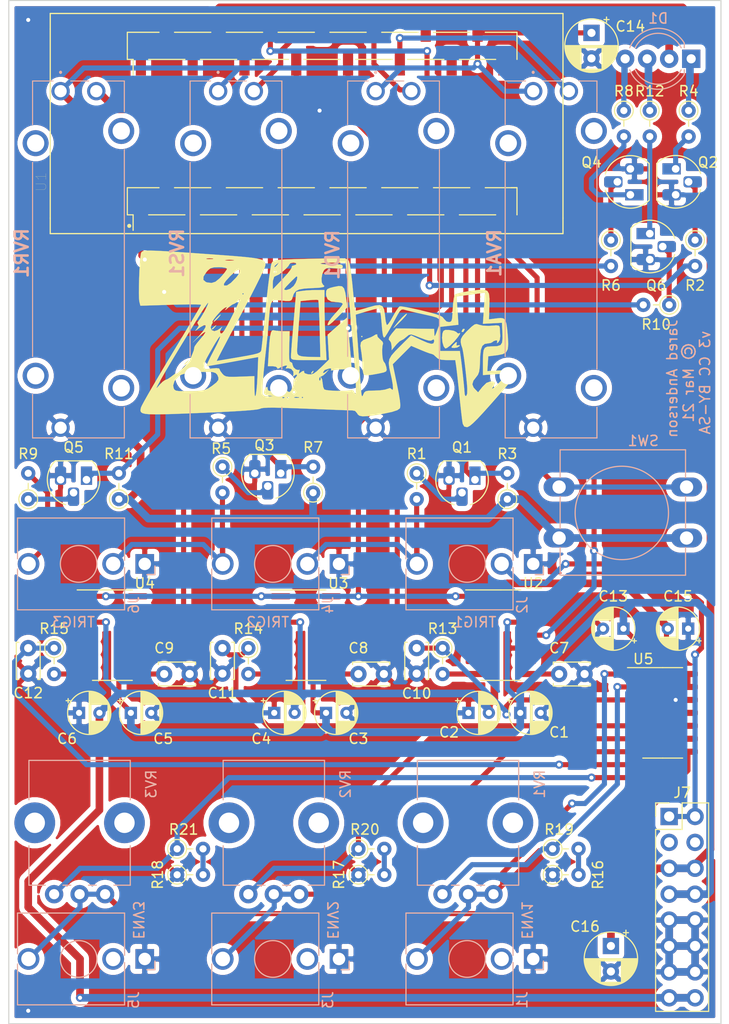
<source format=kicad_pcb>
(kicad_pcb (version 20171130) (host pcbnew 5.1.5+dfsg1-2build2)
  (title_block (title "NUCLEO ADSR") (date 2021-03-21) (rev v3) (comment 1 "CC BY-SA") (comment 2 "© Jared Anderson 2021"))
  (layers (0 Front signal) (31 Back signal) (34 B.Paste user) (35 F.Paste user) (36 B.SilkS user) (37 F.SilkS user) (38 B.Mask user) (39 F.Mask user) (44 Edge.Cuts user))
  (net 0 "")
  (net 1 "Net-(U1-PadCN4_1)")
  (net 2 "Net-(U1-PadCN4_3)")
  (net 3 "Net-(U1-PadCN4_5)")
  (net 4 "Net-(U1-PadCN4_12)")
  (net 5 "Net-(U1-PadCN4_13)")
  (net 6 "Net-(U1-PadCN4_15)")
  (net 7 "Net-(U1-PadCN3_7)")
  (net 8 "Net-(U1-PadCN3_8)")
  (net 9 "Net-(U1-PadCN3_10)")
  (net 10 "Net-(U1-PadCN3_11)")
  (net 11 "Net-(RVA1-PadMH4)")
  (net 12 "Net-(RVA1-PadMH3)")
  (net 13 "Net-(RVA1-PadMH2)")
  (net 14 "Net-(RVA1-PadMH1)")
  (net 15 ATTACK)
  (net 16 "Net-(RVD1-PadMH4)")
  (net 17 "Net-(RVD1-PadMH3)")
  (net 18 "Net-(RVD1-PadMH2)")
  (net 19 "Net-(RVD1-PadMH1)")
  (net 20 DECAY)
  (net 21 "Net-(RVR1-PadMH4)")
  (net 22 "Net-(RVR1-PadMH3)")
  (net 23 "Net-(RVR1-PadMH2)")
  (net 24 "Net-(RVR1-PadMH1)")
  (net 25 RELEASE)
  (net 26 "Net-(RVS1-PadMH4)")
  (net 27 "Net-(RVS1-PadMH3)")
  (net 28 "Net-(RVS1-PadMH2)")
  (net 29 "Net-(RVS1-PadMH1)")
  (net 30 SUSTAIN)
  (net 31 DAC_OUT)
  (net 32 "Net-(U2-Pad2)")
  (net 33 "Net-(U3-Pad2)")
  (net 34 "Net-(U4-Pad2)")
  (net 35 GND)
  (net 36 ENV1)
  (net 37 GATE)
  (net 38 ENV2)
  (net 39 ENV3)
  (net 40 -12V)
  (net 41 +12V)
  (net 42 +5V)
  (net 43 "Net-(J7-Pad4)")
  (net 44 "Net-(J7-Pad3)")
  (net 45 TRIG1)
  (net 46 TRIG2)
  (net 47 TRIG3)
  (net 48 SH2)
  (net 49 SH3)
  (net 50 SH1)
  (net 51 "Net-(D1-Pad4)")
  (net 52 "Net-(D1-Pad3)")
  (net 53 "Net-(D1-Pad1)")
  (net 54 TRIG1_3V3)
  (net 55 "Net-(Q1-Pad2)")
  (net 56 "Net-(Q2-Pad1)")
  (net 57 "Net-(Q2-Pad2)")
  (net 58 TRIG2_3V3)
  (net 59 "Net-(Q3-Pad2)")
  (net 60 "Net-(Q4-Pad1)")
  (net 61 "Net-(Q4-Pad2)")
  (net 62 TRIG3_3V3)
  (net 63 "Net-(Q5-Pad2)")
  (net 64 "Net-(Q6-Pad1)")
  (net 65 "Net-(Q6-Pad2)")
  (net 66 +3V3)
  (net 67 PWM_R)
  (net 68 PWM_G)
  (net 69 PWM_B)
  (net 70 "Net-(R14-Pad2)")
  (net 71 "Net-(R15-Pad2)")
  (net 72 "Net-(R16-Pad2)")
  (net 73 "Net-(R19-Pad1)")
  (net 74 BTN)
  (net 75 "Net-(C7-Pad1)")
  (net 76 "Net-(C8-Pad1)")
  (net 77 "Net-(C9-Pad1)")
  (net 78 "Net-(C10-Pad1)")
  (net 79 "Net-(C11-Pad1)")
  (net 80 "Net-(C12-Pad1)")
  (net 81 "Net-(R13-Pad2)")
  (net 82 "Net-(R17-Pad2)")
  (net 83 "Net-(R18-Pad2)")
  (net 84 "Net-(R20-Pad1)")
  (net 85 "Net-(R21-Pad1)")
  (net 86 "Net-(U1-PadCN3_3)")
  (net 87 "Net-(U2-Pad14)")
  (net 88 "Net-(U2-Pad13)")
  (net 89 "Net-(U2-Pad9)")
  (net 90 "Net-(U2-Pad6)")
  (net 91 "Net-(U2-Pad5)")
  (net 92 "Net-(U2-Pad4)")
  (net 93 "Net-(U3-Pad14)")
  (net 94 "Net-(U3-Pad13)")
  (net 95 "Net-(U3-Pad9)")
  (net 96 "Net-(U3-Pad6)")
  (net 97 "Net-(U3-Pad5)")
  (net 98 "Net-(U3-Pad4)")
  (net 99 "Net-(U4-Pad14)")
  (net 100 "Net-(U4-Pad13)")
  (net 101 "Net-(U4-Pad9)")
  (net 102 "Net-(U4-Pad6)")
  (net 103 "Net-(U4-Pad5)")
  (net 104 "Net-(U4-Pad4)")
  (net 105 "Net-(J1-PadTN)")
  (net 106 "Net-(J3-PadTN)")
  (net 107 "Net-(J5-PadTN)")
  (net 108 "Net-(U5-Pad13)")
  (module Package_SO:SOIC-14_3.9x8.7mm_P1.27mm (layer Front) (at 120.65 121.92)
    (fp_text reference U5 (at -1.905 -5.28) (layer F.SilkS))
    (fp_text value TL074)
    (pad 14 smd roundrect (at 2.475 -3.81) (size 1.95 0.6) (layers Front F.Paste F.Mask) (net 108 "Net-(U5-Pad13)"))
    (pad 13 smd roundrect (at 2.475 -2.54) (size 1.95 0.6) (layers Front F.Paste F.Mask) (net 108 "Net-(U5-Pad13)"))
    (pad 12 smd roundrect (at 2.475 -1.27) (size 1.95 0.6) (layers Front F.Paste F.Mask) (net 35 GND))
    (pad 11 smd roundrect (at 2.475 0) (size 1.95 0.6) (layers Front F.Paste F.Mask) (net 40 -12V))
    (pad 10 smd roundrect (at 2.475 1.27) (size 1.95 0.6) (layers Front F.Paste F.Mask) (net 80 "Net-(C12-Pad1)"))
    (pad 9 smd roundrect (at 2.475 2.54) (size 1.95 0.6) (layers Front F.Paste F.Mask) (net 85 "Net-(R21-Pad1)"))
    (pad 8 smd roundrect (at 2.475 3.81) (size 1.95 0.6) (layers Front F.Paste F.Mask) (net 39 ENV3))
    (pad 7 smd roundrect (at -2.475 3.81) (size 1.95 0.6) (layers Front F.Paste F.Mask) (net 38 ENV2))
    (pad 6 smd roundrect (at -2.475 2.54) (size 1.95 0.6) (layers Front F.Paste F.Mask) (net 84 "Net-(R20-Pad1)"))
    (pad 5 smd roundrect (at -2.475 1.27) (size 1.95 0.6) (layers Front F.Paste F.Mask) (net 79 "Net-(C11-Pad1)"))
    (pad 4 smd roundrect (at -2.475 0) (size 1.95 0.6) (layers Front F.Paste F.Mask) (net 41 +12V))
    (pad 3 smd roundrect (at -2.475 -1.27) (size 1.95 0.6) (layers Front F.Paste F.Mask) (net 78 "Net-(C10-Pad1)"))
    (pad 2 smd roundrect (at -2.475 -2.54) (size 1.95 0.6) (layers Front F.Paste F.Mask) (net 73 "Net-(R19-Pad1)"))
    (pad 1 smd roundrect (at -2.475 -3.81) (size 1.95 0.6) (layers Front F.Paste F.Mask) (net 36 ENV1))
  )
  (module Capacitor_THT:CP_Radial_D4.0mm_P2.00mm (layer Front) (at 123.15 113.665 180)
    (fp_text reference C15 (at 1 3.175) (layer F.SilkS))
    (fp_text value 0.1u)
    (pad 2 thru_hole circle (at 2 0 180) (size 1.2 1.2) (drill 0.6) (layers *.Cu *.Mask) (net 40 -12V))
    (pad 1 thru_hole rect (at 0 0 180) (size 1.2 1.2) (drill 0.6) (layers *.Cu *.Mask) (net 35 GND))
  )
  (module Capacitor_THT:CP_Radial_D4.0mm_P2.00mm (layer Front) (at 116.8 113.665 180)
    (fp_text reference C13 (at 1 3.175) (layer F.SilkS))
    (fp_text value 0.1u)
    (pad 2 thru_hole circle (at 2 0 180) (size 1.2 1.2) (drill 0.6) (layers *.Cu *.Mask) (net 35 GND))
    (pad 1 thru_hole rect (at 0 0 180) (size 1.2 1.2) (drill 0.6) (layers *.Cu *.Mask) (net 41 +12V))
  )
  (module Capacitor_THT:CP_Radial_D4.0mm_P2.00mm (layer Front) (at 63.405 121.92)
    (fp_text reference C6 (at -1.175 2.54) (layer F.SilkS))
    (fp_text value 0.1u)
    (pad 2 thru_hole circle (at 2 0) (size 1.2 1.2) (drill 0.6) (layers *.Cu *.Mask) (net 40 -12V))
    (pad 1 thru_hole rect (at 0 0) (size 1.2 1.2) (drill 0.6) (layers *.Cu *.Mask) (net 35 GND))
  )
  (module Capacitor_THT:CP_Radial_D4.0mm_P2.00mm (layer Front) (at 68.485 121.92)
    (fp_text reference C5 (at 3.175 2.54) (layer F.SilkS))
    (fp_text value 0.1u)
    (pad 2 thru_hole circle (at 2 0) (size 1.2 1.2) (drill 0.6) (layers *.Cu *.Mask) (net 35 GND))
    (pad 1 thru_hole rect (at 0 0) (size 1.2 1.2) (drill 0.6) (layers *.Cu *.Mask) (net 41 +12V))
  )
  (module Capacitor_THT:CP_Radial_D4.0mm_P2.00mm (layer Front) (at 82.55 121.92)
    (fp_text reference C4 (at -1.27 2.54) (layer F.SilkS))
    (fp_text value 0.1u)
    (pad 2 thru_hole circle (at 2 0) (size 1.2 1.2) (drill 0.6) (layers *.Cu *.Mask) (net 40 -12V))
    (pad 1 thru_hole rect (at 0 0) (size 1.2 1.2) (drill 0.6) (layers *.Cu *.Mask) (net 35 GND))
  )
  (module Capacitor_THT:CP_Radial_D4.0mm_P2.00mm (layer Front) (at 87.63 121.92)
    (fp_text reference C3 (at 3.175 2.54) (layer F.SilkS))
    (fp_text value 0.1u)
    (pad 2 thru_hole circle (at 2 0) (size 1.2 1.2) (drill 0.6) (layers *.Cu *.Mask) (net 35 GND))
    (pad 1 thru_hole rect (at 0 0) (size 1.2 1.2) (drill 0.6) (layers *.Cu *.Mask) (net 41 +12V))
  )
  (module Capacitor_THT:CP_Radial_D4.0mm_P2.00mm (layer Front) (at 101.6 121.92)
    (fp_text reference C2 (at -1.905 1.905) (layer F.SilkS))
    (fp_text value 0.1u)
    (pad 2 thru_hole circle (at 2 0) (size 1.2 1.2) (drill 0.6) (layers *.Cu *.Mask) (net 40 -12V))
    (pad 1 thru_hole rect (at 0 0) (size 1.2 1.2) (drill 0.6) (layers *.Cu *.Mask) (net 35 GND))
  )
  (module Capacitor_THT:CP_Radial_D4.0mm_P2.00mm (layer Front) (at 106.68 121.92)
    (fp_text reference C1 (at 3.81 1.905) (layer F.SilkS))
    (fp_text value 0.1u)
    (pad 2 thru_hole circle (at 2 0) (size 1.2 1.2) (drill 0.6) (layers *.Cu *.Mask) (net 35 GND))
    (pad 1 thru_hole rect (at 0 0) (size 1.2 1.2) (drill 0.6) (layers *.Cu *.Mask) (net 41 +12V))
  )
  (module sun:z0rt (layer Front) (at 87.63 85.09)
    (fp_text reference G*** hide)
    (fp_text value LOGO hide)
  )
  (module Capacitor_THT:CP_Radial_D5.0mm_P2.50mm (layer Front) (at 115.57 144.78 270)
    (fp_text reference C16 (at -1.905 2.54 180) (layer F.SilkS))
    (fp_text value 10u)
    (pad 2 thru_hole circle (at 2.5 0 270) (size 1.6 1.6) (drill 0.8) (layers *.Cu *.Mask) (net 35 GND))
    (pad 1 thru_hole rect (at 0 0 270) (size 1.6 1.6) (drill 0.8) (layers *.Cu *.Mask) (net 42 +5V))
  )
  (module Capacitor_THT:CP_Radial_D5.0mm_P2.50mm (layer Front) (at 113.665 55.245 270)
    (fp_text reference C14 (at -0.635 -3.81 180) (layer F.SilkS))
    (fp_text value 10u)
    (pad 2 thru_hole circle (at 2.5 0 270) (size 1.6 1.6) (drill 0.8) (layers *.Cu *.Mask) (net 35 GND))
    (pad 1 thru_hole rect (at 0 0 270) (size 1.6 1.6) (drill 0.8) (layers *.Cu *.Mask) (net 66 +3V3))
  )
  (module Connector_Audio:Jack_3.5mm_QingPu_WQP-PJ398SM_Vertical_CircularHoles (layer Back) (at 88.9 107.315 90)
    (fp_text reference J4 (at -4.03 -1.08 90) (layer B.SilkS) (effects (justify mirror)))
    (fp_text value TRIG2)
    (pad T thru_hole circle (at 0 -11.4 270) (size 2.13 2.13) (drill 1.43) (layers *.Cu *.Mask) (net 46 TRIG2))
    (pad S thru_hole rect (at 0 0 270) (size 1.93 1.83) (drill 1.22) (layers *.Cu *.Mask) (net 35 GND))
    (pad TN thru_hole circle (at 0 -3.1 270) (size 2.13 2.13) (drill 1.42) (layers *.Cu *.Mask) (net 45 TRIG1))
  )
  (module Resistor_THT:R_Axial_DIN0204_L3.6mm_D1.6mm_P2.54mm_Vertical (layer Front) (at 67.31 100.965 90)
    (fp_text reference R11 (at 4.445 0 180) (layer F.SilkS))
    (fp_text value 10k)
    (pad 2 thru_hole oval (at 2.54 0 90) (size 1.4 1.4) (drill 0.7) (layers *.Cu *.Mask) (net 62 TRIG3_3V3))
    (pad 1 thru_hole circle (at 0 0 90) (size 1.4 1.4) (drill 0.7) (layers *.Cu *.Mask) (net 66 +3V3))
  )
  (module Connector_Audio:Jack_3.5mm_QingPu_WQP-PJ398SM_Vertical_CircularHoles (layer Back) (at 69.85 107.315 90)
    (fp_text reference J6 (at -4.03 -1.08 90) (layer B.SilkS) (effects (justify mirror)))
    (fp_text value TRIG3)
    (pad T thru_hole circle (at 0 -11.4 270) (size 2.13 2.13) (drill 1.43) (layers *.Cu *.Mask) (net 47 TRIG3))
    (pad S thru_hole rect (at 0 0 270) (size 1.93 1.83) (drill 1.22) (layers *.Cu *.Mask) (net 35 GND))
    (pad TN thru_hole circle (at 0 -3.1 270) (size 2.13 2.13) (drill 1.42) (layers *.Cu *.Mask) (net 46 TRIG2))
  )
  (module Resistor_THT:R_Axial_DIN0204_L3.6mm_D1.6mm_P2.54mm_Vertical (layer Front) (at 60.96 115.57 270)
    (fp_text reference R15 (at -1.905 0 180) (layer F.SilkS))
    (fp_text value 100k)
    (pad 2 thru_hole oval (at 2.54 0 270) (size 1.4 1.4) (drill 0.7) (layers *.Cu *.Mask) (net 71 "Net-(R15-Pad2)"))
    (pad 1 thru_hole circle (at 0 0 270) (size 1.4 1.4) (drill 0.7) (layers *.Cu *.Mask) (net 80 "Net-(C12-Pad1)"))
  )
  (module Package_SO:SOIC-14_3.9x8.7mm_P1.27mm (layer Front) (at 66.675 114.3)
    (fp_text reference U4 (at 3.175 -5.08) (layer F.SilkS))
    (fp_text value LF398_SOIC14)
    (pad 14 smd roundrect (at 2.475 -3.81) (size 1.95 0.6) (layers Front F.Paste F.Mask) (net 99 "Net-(U4-Pad14)"))
    (pad 13 smd roundrect (at 2.475 -2.54) (size 1.95 0.6) (layers Front F.Paste F.Mask) (net 100 "Net-(U4-Pad13)"))
    (pad 12 smd roundrect (at 2.475 -1.27) (size 1.95 0.6) (layers Front F.Paste F.Mask) (net 41 +12V))
    (pad 11 smd roundrect (at 2.475 0) (size 1.95 0.6) (layers Front F.Paste F.Mask) (net 49 SH3))
    (pad 10 smd roundrect (at 2.475 1.27) (size 1.95 0.6) (layers Front F.Paste F.Mask) (net 35 GND))
    (pad 9 smd roundrect (at 2.475 2.54) (size 1.95 0.6) (layers Front F.Paste F.Mask) (net 101 "Net-(U4-Pad9)"))
    (pad 8 smd roundrect (at 2.475 3.81) (size 1.95 0.6) (layers Front F.Paste F.Mask) (net 77 "Net-(C9-Pad1)"))
    (pad 7 smd roundrect (at -2.475 3.81) (size 1.95 0.6) (layers Front F.Paste F.Mask) (net 71 "Net-(R15-Pad2)"))
    (pad 6 smd roundrect (at -2.475 2.54) (size 1.95 0.6) (layers Front F.Paste F.Mask) (net 102 "Net-(U4-Pad6)"))
    (pad 5 smd roundrect (at -2.475 1.27) (size 1.95 0.6) (layers Front F.Paste F.Mask) (net 103 "Net-(U4-Pad5)"))
    (pad 4 smd roundrect (at -2.475 0) (size 1.95 0.6) (layers Front F.Paste F.Mask) (net 104 "Net-(U4-Pad4)"))
    (pad 3 smd roundrect (at -2.475 -1.27) (size 1.95 0.6) (layers Front F.Paste F.Mask) (net 40 -12V))
    (pad 2 smd roundrect (at -2.475 -2.54) (size 1.95 0.6) (layers Front F.Paste F.Mask) (net 34 "Net-(U4-Pad2)"))
    (pad 1 smd roundrect (at -2.475 -3.81) (size 1.95 0.6) (layers Front F.Paste F.Mask) (net 31 DAC_OUT))
  )
  (module Capacitor_THT:C_Disc_D3.4mm_W2.1mm_P2.50mm (layer Front) (at 71.755 118.11)
    (fp_text reference C9 (at 0 -2.54) (layer F.SilkS))
    (fp_text value 100p)
    (pad 2 thru_hole circle (at 2.5 0) (size 1.6 1.6) (drill 0.8) (layers *.Cu *.Mask) (net 35 GND))
    (pad 1 thru_hole circle (at 0 0) (size 1.6 1.6) (drill 0.8) (layers *.Cu *.Mask) (net 77 "Net-(C9-Pad1)"))
  )
  (module Capacitor_THT:C_Disc_D3.4mm_W2.1mm_P2.50mm (layer Front) (at 58.42 115.57 270)
    (fp_text reference C12 (at 4.405 0 180) (layer F.SilkS))
    (fp_text value 10n)
    (pad 2 thru_hole circle (at 2.5 0 270) (size 1.6 1.6) (drill 0.8) (layers *.Cu *.Mask) (net 35 GND))
    (pad 1 thru_hole circle (at 0 0 270) (size 1.6 1.6) (drill 0.8) (layers *.Cu *.Mask) (net 80 "Net-(C12-Pad1)"))
  )
  (module Package_TO_SOT_THT:TO-92_HandSolder (layer Front) (at 64.135 99.06 180)
    (fp_text reference Q5 (at 1.27 3.175) (layer F.SilkS))
    (fp_text value BC547)
    (pad 1 thru_hole rect (at 0 0 180) (size 1.1 1.8) (drill 0.75 (offset 0 0.4)) (layers *.Cu *.Mask) (net 62 TRIG3_3V3))
    (pad 3 thru_hole roundrect (at 2.54 0 180) (size 1.1 1.8) (drill 0.75 (offset 0 0.4)) (layers *.Cu *.Mask) (net 35 GND))
    (pad 2 thru_hole roundrect (at 1.27 -1.27 180) (size 1.1 1.8) (drill 0.75 (offset 0 -0.4)) (layers *.Cu *.Mask) (net 63 "Net-(Q5-Pad2)"))
  )
  (module Resistor_THT:R_Axial_DIN0204_L3.6mm_D1.6mm_P2.54mm_Vertical (layer Front) (at 58.42 100.965 90)
    (fp_text reference R9 (at 4.445 0 180) (layer F.SilkS))
    (fp_text value 2k)
    (pad 2 thru_hole oval (at 2.54 0 90) (size 1.4 1.4) (drill 0.7) (layers *.Cu *.Mask) (net 47 TRIG3))
    (pad 1 thru_hole circle (at 0 0 90) (size 1.4 1.4) (drill 0.7) (layers *.Cu *.Mask) (net 63 "Net-(Q5-Pad2)"))
  )
  (module snapeda_lib:MODULE_NUCLEO-L432KC_SMT (layer Front) (at 85.725 64.135 90)
    (fp_text reference U1 (at -5.715 -26.035 90) (layer F.SilkS) (effects (font (thickness 0.015))))
    (fp_text value NUCLEO-L432KC)
    (pad CN4_7 smd rect (at 5.965 -1.016 90) (size 2.51 1) (layers Front F.Paste F.Mask) (net 25 RELEASE))
    (pad CN4_14 smd rect (at 9.275 16.764 90) (size 2.51 1) (layers Front F.Paste F.Mask) (net 66 +3V3))
    (pad CN4_8 smd rect (at 9.275 1.524 90) (size 2.51 1) (layers Front F.Paste F.Mask) (net 30 SUSTAIN))
    (pad CN4_4 smd rect (at 9.275 -8.636 90) (size 2.51 1) (layers Front F.Paste F.Mask) (net 42 +5V))
    (pad CN4_3 smd rect (at 5.965 -11.176 90) (size 2.51 1) (layers Front F.Paste F.Mask) (net 2 "Net-(U1-PadCN4_3)"))
    (pad CN4_6 smd rect (at 9.275 -3.556 90) (size 2.51 1) (layers Front F.Paste F.Mask) (net 54 TRIG1_3V3))
    (pad CN4_10 smd rect (at 9.275 6.604 90) (size 2.51 1) (layers Front F.Paste F.Mask) (net 20 DECAY))
    (pad CN4_2 smd rect (at 9.275 -13.716 90) (size 2.51 1) (layers Front F.Paste F.Mask) (net 35 GND))
    (pad CN4_15 smd rect (at 5.965 19.304 90) (size 2.51 1) (layers Front F.Paste F.Mask) (net 6 "Net-(U1-PadCN4_15)"))
    (pad CN4_11 smd rect (at 5.965 9.144 90) (size 2.51 1) (layers Front F.Paste F.Mask) (net 15 ATTACK))
    (pad CN4_9 smd rect (at 5.965 4.064 90) (size 2.51 1) (layers Front F.Paste F.Mask) (net 31 DAC_OUT))
    (pad CN4_5 smd rect (at 5.965 -6.096 90) (size 2.51 1) (layers Front F.Paste F.Mask) (net 3 "Net-(U1-PadCN4_5)"))
    (pad CN4_13 smd rect (at 5.965 14.224 90) (size 2.51 1) (layers Front F.Paste F.Mask) (net 5 "Net-(U1-PadCN4_13)"))
    (pad CN4_1 smd rect (at 5.965 -16.256 90) (size 2.51 1) (layers Front F.Paste F.Mask) (net 1 "Net-(U1-PadCN4_1)"))
    (pad CN4_12 smd rect (at 9.275 11.684 90) (size 2.51 1) (layers Front F.Paste F.Mask) (net 4 "Net-(U1-PadCN4_12)"))
    (pad CN3_7 smd rect (at -9.275 -1.016 90) (size 2.51 1) (layers Front F.Paste F.Mask) (net 7 "Net-(U1-PadCN3_7)"))
    (pad CN3_14 smd rect (at -5.965 16.764 90) (size 2.51 1) (layers Front F.Paste F.Mask) (net 74 BTN))
    (pad CN3_8 smd rect (at -5.965 1.524 90) (size 2.51 1) (layers Front F.Paste F.Mask) (net 8 "Net-(U1-PadCN3_8)"))
    (pad CN3_4 smd rect (at -5.965 -8.636 90) (size 2.51 1) (layers Front F.Paste F.Mask) (net 35 GND))
    (pad CN3_3 smd rect (at -9.275 -11.176 90) (size 2.51 1) (layers Front F.Paste F.Mask) (net 86 "Net-(U1-PadCN3_3)"))
    (pad CN3_6 smd rect (at -5.965 -3.556 90) (size 2.51 1) (layers Front F.Paste F.Mask) (net 58 TRIG2_3V3))
    (pad CN3_10 smd rect (at -5.965 6.604 90) (size 2.51 1) (layers Front F.Paste F.Mask) (net 9 "Net-(U1-PadCN3_10)"))
    (pad CN3_2 smd rect (at -5.965 -13.716 90) (size 2.51 1) (layers Front F.Paste F.Mask) (net 69 PWM_B))
    (pad CN3_15 smd rect (at -9.275 19.304 90) (size 2.51 1) (layers Front F.Paste F.Mask) (net 50 SH1))
    (pad CN3_11 smd rect (at -9.275 9.144 90) (size 2.51 1) (layers Front F.Paste F.Mask) (net 10 "Net-(U1-PadCN3_11)"))
    (pad CN3_9 smd rect (at -9.275 4.064 90) (size 2.51 1) (layers Front F.Paste F.Mask) (net 62 TRIG3_3V3))
    (pad CN3_5 smd rect (at -9.275 -6.096 90) (size 2.51 1) (layers Front F.Paste F.Mask) (net 49 SH3))
    (pad CN3_13 smd rect (at -9.275 14.224 90) (size 2.51 1) (layers Front F.Paste F.Mask) (net 48 SH2))
    (pad CN3_1 smd rect (at -9.275 -16.256 90) (size 2.51 1) (layers Front F.Paste F.Mask) (net 68 PWM_G))
    (pad CN3_12 smd rect (at -5.965 11.684 90) (size 2.51 1) (layers Front F.Paste F.Mask) (net 67 PWM_R))
  )
  (module Package_SO:SOIC-14_3.9x8.7mm_P1.27mm (layer Front) (at 85.66 114.3)
    (fp_text reference U3 (at 3.175 -5.08) (layer F.SilkS))
    (fp_text value LF398_SOIC14)
    (pad 14 smd roundrect (at 2.475 -3.81) (size 1.95 0.6) (layers Front F.Paste F.Mask) (net 93 "Net-(U3-Pad14)"))
    (pad 13 smd roundrect (at 2.475 -2.54) (size 1.95 0.6) (layers Front F.Paste F.Mask) (net 94 "Net-(U3-Pad13)"))
    (pad 12 smd roundrect (at 2.475 -1.27) (size 1.95 0.6) (layers Front F.Paste F.Mask) (net 41 +12V))
    (pad 11 smd roundrect (at 2.475 0) (size 1.95 0.6) (layers Front F.Paste F.Mask) (net 48 SH2))
    (pad 10 smd roundrect (at 2.475 1.27) (size 1.95 0.6) (layers Front F.Paste F.Mask) (net 35 GND))
    (pad 9 smd roundrect (at 2.475 2.54) (size 1.95 0.6) (layers Front F.Paste F.Mask) (net 95 "Net-(U3-Pad9)"))
    (pad 8 smd roundrect (at 2.475 3.81) (size 1.95 0.6) (layers Front F.Paste F.Mask) (net 76 "Net-(C8-Pad1)"))
    (pad 7 smd roundrect (at -2.475 3.81) (size 1.95 0.6) (layers Front F.Paste F.Mask) (net 70 "Net-(R14-Pad2)"))
    (pad 6 smd roundrect (at -2.475 2.54) (size 1.95 0.6) (layers Front F.Paste F.Mask) (net 96 "Net-(U3-Pad6)"))
    (pad 5 smd roundrect (at -2.475 1.27) (size 1.95 0.6) (layers Front F.Paste F.Mask) (net 97 "Net-(U3-Pad5)"))
    (pad 4 smd roundrect (at -2.475 0) (size 1.95 0.6) (layers Front F.Paste F.Mask) (net 98 "Net-(U3-Pad4)"))
    (pad 3 smd roundrect (at -2.475 -1.27) (size 1.95 0.6) (layers Front F.Paste F.Mask) (net 40 -12V))
    (pad 2 smd roundrect (at -2.475 -2.54) (size 1.95 0.6) (layers Front F.Paste F.Mask) (net 33 "Net-(U3-Pad2)"))
    (pad 1 smd roundrect (at -2.475 -3.81) (size 1.95 0.6) (layers Front F.Paste F.Mask) (net 31 DAC_OUT))
  )
  (module Package_SO:SOIC-14_3.9x8.7mm_P1.27mm (layer Front) (at 104.775 114.3)
    (fp_text reference U2 (at 3.175 -5.08) (layer F.SilkS))
    (fp_text value LF398_SOIC14)
    (pad 14 smd roundrect (at 2.475 -3.81) (size 1.95 0.6) (layers Front F.Paste F.Mask) (net 87 "Net-(U2-Pad14)"))
    (pad 13 smd roundrect (at 2.475 -2.54) (size 1.95 0.6) (layers Front F.Paste F.Mask) (net 88 "Net-(U2-Pad13)"))
    (pad 12 smd roundrect (at 2.475 -1.27) (size 1.95 0.6) (layers Front F.Paste F.Mask) (net 41 +12V))
    (pad 11 smd roundrect (at 2.475 0) (size 1.95 0.6) (layers Front F.Paste F.Mask) (net 50 SH1))
    (pad 10 smd roundrect (at 2.475 1.27) (size 1.95 0.6) (layers Front F.Paste F.Mask) (net 35 GND))
    (pad 9 smd roundrect (at 2.475 2.54) (size 1.95 0.6) (layers Front F.Paste F.Mask) (net 89 "Net-(U2-Pad9)"))
    (pad 8 smd roundrect (at 2.475 3.81) (size 1.95 0.6) (layers Front F.Paste F.Mask) (net 75 "Net-(C7-Pad1)"))
    (pad 7 smd roundrect (at -2.475 3.81) (size 1.95 0.6) (layers Front F.Paste F.Mask) (net 81 "Net-(R13-Pad2)"))
    (pad 6 smd roundrect (at -2.475 2.54) (size 1.95 0.6) (layers Front F.Paste F.Mask) (net 90 "Net-(U2-Pad6)"))
    (pad 5 smd roundrect (at -2.475 1.27) (size 1.95 0.6) (layers Front F.Paste F.Mask) (net 91 "Net-(U2-Pad5)"))
    (pad 4 smd roundrect (at -2.475 0) (size 1.95 0.6) (layers Front F.Paste F.Mask) (net 92 "Net-(U2-Pad4)"))
    (pad 3 smd roundrect (at -2.475 -1.27) (size 1.95 0.6) (layers Front F.Paste F.Mask) (net 40 -12V))
    (pad 2 smd roundrect (at -2.475 -2.54) (size 1.95 0.6) (layers Front F.Paste F.Mask) (net 32 "Net-(U2-Pad2)"))
    (pad 1 smd roundrect (at -2.475 -3.81) (size 1.95 0.6) (layers Front F.Paste F.Mask) (net 31 DAC_OUT))
  )
  (module Capacitor_THT:C_Disc_D3.4mm_W2.1mm_P2.50mm (layer Front) (at 77.47 115.57 270)
    (fp_text reference C11 (at 4.405 0 180) (layer F.SilkS))
    (fp_text value 10n)
    (pad 2 thru_hole circle (at 2.5 0 270) (size 1.6 1.6) (drill 0.8) (layers *.Cu *.Mask) (net 35 GND))
    (pad 1 thru_hole circle (at 0 0 270) (size 1.6 1.6) (drill 0.8) (layers *.Cu *.Mask) (net 79 "Net-(C11-Pad1)"))
  )
  (module Capacitor_THT:C_Disc_D3.4mm_W2.1mm_P2.50mm (layer Front) (at 96.52 115.57 270)
    (fp_text reference C10 (at 4.445 0) (layer F.SilkS))
    (fp_text value 10n)
    (pad 2 thru_hole circle (at 2.5 0 270) (size 1.6 1.6) (drill 0.8) (layers *.Cu *.Mask) (net 35 GND))
    (pad 1 thru_hole circle (at 0 0 270) (size 1.6 1.6) (drill 0.8) (layers *.Cu *.Mask) (net 78 "Net-(C10-Pad1)"))
  )
  (module Capacitor_THT:C_Disc_D3.4mm_W2.1mm_P2.50mm (layer Front) (at 90.805 118.11)
    (fp_text reference C8 (at 0 -2.54) (layer F.SilkS))
    (fp_text value 100p)
    (pad 2 thru_hole circle (at 2.5 0) (size 1.6 1.6) (drill 0.8) (layers *.Cu *.Mask) (net 35 GND))
    (pad 1 thru_hole circle (at 0 0) (size 1.6 1.6) (drill 0.8) (layers *.Cu *.Mask) (net 76 "Net-(C8-Pad1)"))
  )
  (module Capacitor_THT:C_Disc_D3.4mm_W2.1mm_P2.50mm (layer Front) (at 110.49 118.11)
    (fp_text reference C7 (at 0 -2.54) (layer F.SilkS))
    (fp_text value 100p)
    (pad 2 thru_hole circle (at 2.5 0) (size 1.6 1.6) (drill 0.8) (layers *.Cu *.Mask) (net 35 GND))
    (pad 1 thru_hole circle (at 0 0) (size 1.6 1.6) (drill 0.8) (layers *.Cu *.Mask) (net 75 "Net-(C7-Pad1)"))
  )
  (module Resistor_THT:R_Axial_DIN0204_L3.6mm_D1.6mm_P2.54mm_Vertical (layer Front) (at 80.01 115.57 270)
    (fp_text reference R14 (at -1.905 0 180) (layer F.SilkS))
    (fp_text value 100k)
    (pad 2 thru_hole oval (at 2.54 0 270) (size 1.4 1.4) (drill 0.7) (layers *.Cu *.Mask) (net 70 "Net-(R14-Pad2)"))
    (pad 1 thru_hole circle (at 0 0 270) (size 1.4 1.4) (drill 0.7) (layers *.Cu *.Mask) (net 79 "Net-(C11-Pad1)"))
  )
  (module Resistor_THT:R_Axial_DIN0204_L3.6mm_D1.6mm_P2.54mm_Vertical (layer Front) (at 99.06 115.57 270)
    (fp_text reference R13 (at -1.905 0 180) (layer F.SilkS))
    (fp_text value 100k)
    (pad 2 thru_hole oval (at 2.54 0 270) (size 1.4 1.4) (drill 0.7) (layers *.Cu *.Mask) (net 81 "Net-(R13-Pad2)"))
    (pad 1 thru_hole circle (at 0 0 270) (size 1.4 1.4) (drill 0.7) (layers *.Cu *.Mask) (net 78 "Net-(C10-Pad1)"))
  )
  (module Button_Switch_THT:SW_PUSH-12mm (layer Back) (at 122.99 99.775 180)
    (fp_text reference SW1 (at 4.245 4.525 180) (layer B.SilkS) (effects (justify mirror)))
    (fp_text value SW_Push)
    (pad 2 thru_hole oval (at 0 -5 180) (size 3.048 1.85) (drill 1.3) (layers *.Cu *.Mask) (net 66 +3V3))
    (pad 1 thru_hole oval (at 0 0 180) (size 3.048 1.85) (drill 1.3) (layers *.Cu *.Mask) (net 74 BTN))
    (pad 2 thru_hole oval (at 12.5 -5 180) (size 3.048 1.85) (drill 1.3) (layers *.Cu *.Mask) (net 66 +3V3))
    (pad 1 thru_hole oval (at 12.5 0 180) (size 3.048 1.85) (drill 1.3) (layers *.Cu *.Mask) (net 74 BTN))
  )
  (module Resistor_THT:R_Axial_DIN0204_L3.6mm_D1.6mm_P2.54mm_Vertical (layer Front) (at 119.38 62.865 270)
    (fp_text reference R12 (at -1.905 0 180) (layer F.SilkS))
    (fp_text value 4k7)
    (pad 2 thru_hole oval (at 2.54 0 270) (size 1.4 1.4) (drill 0.7) (layers *.Cu *.Mask) (net 64 "Net-(Q6-Pad1)"))
    (pad 1 thru_hole circle (at 0 0 270) (size 1.4 1.4) (drill 0.7) (layers *.Cu *.Mask) (net 52 "Net-(D1-Pad3)"))
  )
  (module Resistor_THT:R_Axial_DIN0204_L3.6mm_D1.6mm_P2.54mm_Vertical (layer Front) (at 121.285 81.915 180)
    (fp_text reference R10 (at 1.27 -1.92) (layer F.SilkS))
    (fp_text value 1k)
    (pad 2 thru_hole oval (at 2.54 0 180) (size 1.4 1.4) (drill 0.7) (layers *.Cu *.Mask) (net 69 PWM_B))
    (pad 1 thru_hole circle (at 0 0 180) (size 1.4 1.4) (drill 0.7) (layers *.Cu *.Mask) (net 65 "Net-(Q6-Pad2)"))
  )
  (module Resistor_THT:R_Axial_DIN0204_L3.6mm_D1.6mm_P2.54mm_Vertical (layer Front) (at 116.84 62.865 270)
    (fp_text reference R8 (at -1.905 0 180) (layer F.SilkS))
    (fp_text value 4k7)
    (pad 2 thru_hole oval (at 2.54 0 270) (size 1.4 1.4) (drill 0.7) (layers *.Cu *.Mask) (net 60 "Net-(Q4-Pad1)"))
    (pad 1 thru_hole circle (at 0 0 270) (size 1.4 1.4) (drill 0.7) (layers *.Cu *.Mask) (net 51 "Net-(D1-Pad4)"))
  )
  (module Resistor_THT:R_Axial_DIN0204_L3.6mm_D1.6mm_P2.54mm_Vertical (layer Front) (at 86.36 100.33 90)
    (fp_text reference R7 (at 4.445 0 180) (layer F.SilkS))
    (fp_text value 10k)
    (pad 2 thru_hole oval (at 2.54 0 90) (size 1.4 1.4) (drill 0.7) (layers *.Cu *.Mask) (net 58 TRIG2_3V3))
    (pad 1 thru_hole circle (at 0 0 90) (size 1.4 1.4) (drill 0.7) (layers *.Cu *.Mask) (net 66 +3V3))
  )
  (module Resistor_THT:R_Axial_DIN0204_L3.6mm_D1.6mm_P2.54mm_Vertical (layer Front) (at 115.57 75.565 270)
    (fp_text reference R6 (at 4.445 0 180) (layer F.SilkS))
    (fp_text value 1k)
    (pad 2 thru_hole oval (at 2.54 0 270) (size 1.4 1.4) (drill 0.7) (layers *.Cu *.Mask) (net 68 PWM_G))
    (pad 1 thru_hole circle (at 0 0 270) (size 1.4 1.4) (drill 0.7) (layers *.Cu *.Mask) (net 61 "Net-(Q4-Pad2)"))
  )
  (module Resistor_THT:R_Axial_DIN0204_L3.6mm_D1.6mm_P2.54mm_Vertical (layer Front) (at 77.47 97.79 270)
    (fp_text reference R5 (at -1.778 0.127 180) (layer F.SilkS))
    (fp_text value 2k)
    (pad 2 thru_hole oval (at 2.54 0 270) (size 1.4 1.4) (drill 0.7) (layers *.Cu *.Mask) (net 46 TRIG2))
    (pad 1 thru_hole circle (at 0 0 270) (size 1.4 1.4) (drill 0.7) (layers *.Cu *.Mask) (net 59 "Net-(Q3-Pad2)"))
  )
  (module Resistor_THT:R_Axial_DIN0204_L3.6mm_D1.6mm_P2.54mm_Vertical (layer Front) (at 123.19 62.865 270)
    (fp_text reference R4 (at -1.905 0 180) (layer F.SilkS))
    (fp_text value 4k7)
    (pad 2 thru_hole oval (at 2.54 0 270) (size 1.4 1.4) (drill 0.7) (layers *.Cu *.Mask) (net 56 "Net-(Q2-Pad1)"))
    (pad 1 thru_hole circle (at 0 0 270) (size 1.4 1.4) (drill 0.7) (layers *.Cu *.Mask) (net 53 "Net-(D1-Pad1)"))
  )
  (module Resistor_THT:R_Axial_DIN0204_L3.6mm_D1.6mm_P2.54mm_Vertical (layer Front) (at 105.41 100.965 90)
    (fp_text reference R3 (at 4.445 0 180) (layer F.SilkS))
    (fp_text value 10k)
    (pad 2 thru_hole oval (at 2.54 0 90) (size 1.4 1.4) (drill 0.7) (layers *.Cu *.Mask) (net 54 TRIG1_3V3))
    (pad 1 thru_hole circle (at 0 0 90) (size 1.4 1.4) (drill 0.7) (layers *.Cu *.Mask) (net 66 +3V3))
  )
  (module Resistor_THT:R_Axial_DIN0204_L3.6mm_D1.6mm_P2.54mm_Vertical (layer Front) (at 123.825 75.565 270)
    (fp_text reference R2 (at 4.445 0 180) (layer F.SilkS))
    (fp_text value 1k)
    (pad 2 thru_hole oval (at 2.54 0 270) (size 1.4 1.4) (drill 0.7) (layers *.Cu *.Mask) (net 67 PWM_R))
    (pad 1 thru_hole circle (at 0 0 270) (size 1.4 1.4) (drill 0.7) (layers *.Cu *.Mask) (net 57 "Net-(Q2-Pad2)"))
  )
  (module Resistor_THT:R_Axial_DIN0204_L3.6mm_D1.6mm_P2.54mm_Vertical (layer Front) (at 96.52 98.425 270)
    (fp_text reference R1 (at -1.905 0 180) (layer F.SilkS))
    (fp_text value 2k)
    (pad 2 thru_hole oval (at 2.54 0 270) (size 1.4 1.4) (drill 0.7) (layers *.Cu *.Mask) (net 45 TRIG1))
    (pad 1 thru_hole circle (at 0 0 270) (size 1.4 1.4) (drill 0.7) (layers *.Cu *.Mask) (net 55 "Net-(Q1-Pad2)"))
  )
  (module Package_TO_SOT_THT:TO-92_HandSolder (layer Front) (at 119.38 74.93 270)
    (fp_text reference Q6 (at 5.08 -0.635 180) (layer F.SilkS))
    (fp_text value BC547)
    (pad 1 thru_hole rect (at 0 0 270) (size 1.1 1.8) (drill 0.75 (offset 0 0.4)) (layers *.Cu *.Mask) (net 64 "Net-(Q6-Pad1)"))
    (pad 3 thru_hole roundrect (at 2.54 0 270) (size 1.1 1.8) (drill 0.75 (offset 0 0.4)) (layers *.Cu *.Mask) (net 35 GND))
    (pad 2 thru_hole roundrect (at 1.27 -1.27 270) (size 1.1 1.8) (drill 0.75 (offset 0 -0.4)) (layers *.Cu *.Mask) (net 65 "Net-(Q6-Pad2)"))
  )
  (module Package_TO_SOT_THT:TO-92_HandSolder (layer Front) (at 117.475 71.12 90)
    (fp_text reference Q4 (at 3.175 -3.81 180) (layer F.SilkS))
    (fp_text value BC547)
    (pad 1 thru_hole rect (at 0 0 90) (size 1.1 1.8) (drill 0.75 (offset 0 0.4)) (layers *.Cu *.Mask) (net 60 "Net-(Q4-Pad1)"))
    (pad 3 thru_hole roundrect (at 2.54 0 90) (size 1.1 1.8) (drill 0.75 (offset 0 0.4)) (layers *.Cu *.Mask) (net 35 GND))
    (pad 2 thru_hole roundrect (at 1.27 -1.27 90) (size 1.1 1.8) (drill 0.75 (offset 0 -0.4)) (layers *.Cu *.Mask) (net 61 "Net-(Q4-Pad2)"))
  )
  (module Package_TO_SOT_THT:TO-92_HandSolder (layer Front) (at 83.185 98.425 180)
    (fp_text reference Q3 (at 1.6 2.74) (layer F.SilkS))
    (fp_text value BC547)
    (pad 1 thru_hole rect (at 0 0 180) (size 1.1 1.8) (drill 0.75 (offset 0 0.4)) (layers *.Cu *.Mask) (net 58 TRIG2_3V3))
    (pad 3 thru_hole roundrect (at 2.54 0 180) (size 1.1 1.8) (drill 0.75 (offset 0 0.4)) (layers *.Cu *.Mask) (net 35 GND))
    (pad 2 thru_hole roundrect (at 1.27 -1.27 180) (size 1.1 1.8) (drill 0.75 (offset 0 -0.4)) (layers *.Cu *.Mask) (net 59 "Net-(Q3-Pad2)"))
  )
  (module Package_TO_SOT_THT:TO-92_HandSolder (layer Front) (at 121.92 68.58 270)
    (fp_text reference Q2 (at -0.635 -3.175 180) (layer F.SilkS))
    (fp_text value BC547)
    (pad 1 thru_hole rect (at 0 0 270) (size 1.1 1.8) (drill 0.75 (offset 0 0.4)) (layers *.Cu *.Mask) (net 56 "Net-(Q2-Pad1)"))
    (pad 3 thru_hole roundrect (at 2.54 0 270) (size 1.1 1.8) (drill 0.75 (offset 0 0.4)) (layers *.Cu *.Mask) (net 35 GND))
    (pad 2 thru_hole roundrect (at 1.27 -1.27 270) (size 1.1 1.8) (drill 0.75 (offset 0 -0.4)) (layers *.Cu *.Mask) (net 57 "Net-(Q2-Pad2)"))
  )
  (module Package_TO_SOT_THT:TO-92_HandSolder (layer Front) (at 102.235 99.06 180)
    (fp_text reference Q1 (at 1.27 3.175) (layer F.SilkS))
    (fp_text value BC547)
    (pad 1 thru_hole rect (at 0 0 180) (size 1.1 1.8) (drill 0.75 (offset 0 0.4)) (layers *.Cu *.Mask) (net 54 TRIG1_3V3))
    (pad 3 thru_hole roundrect (at 2.54 0 180) (size 1.1 1.8) (drill 0.75 (offset 0 0.4)) (layers *.Cu *.Mask) (net 35 GND))
    (pad 2 thru_hole roundrect (at 1.27 -1.27 180) (size 1.1 1.8) (drill 0.75 (offset 0 -0.4)) (layers *.Cu *.Mask) (net 55 "Net-(Q1-Pad2)"))
  )
  (module LED_THT:LED_D5.0mm-4_RGB_Wide_Pins (layer Back) (at 123.444 57.785 180)
    (fp_text reference D1 (at 3.2385 3.96) (layer B.SilkS) (effects (justify mirror)))
    (fp_text value LED_RABG)
    (pad 4 thru_hole circle (at 6.477 0 180) (size 1.8 1.8) (drill 0.9) (layers *.Cu *.Mask) (net 51 "Net-(D1-Pad4)"))
    (pad 3 thru_hole circle (at 4.318 0 180) (size 1.8 1.8) (drill 0.9) (layers *.Cu *.Mask) (net 52 "Net-(D1-Pad3)"))
    (pad 2 thru_hole circle (at 2.159 0 180) (size 1.8 1.8) (drill 0.9) (layers *.Cu *.Mask) (net 42 +5V))
    (pad 1 thru_hole rect (at 0 0 180) (size 1.8 1.8) (drill 0.9) (layers *.Cu *.Mask) (net 53 "Net-(D1-Pad1)"))
  )
  (module Potentiometer_THT:Potentiometer_Bourns_PTV09A-1_Single_Vertical (layer Back) (at 60.96 139.7 90)
    (fp_text reference RV3 (at 10.795 9.525 90) (layer B.SilkS) (effects (justify mirror)))
    (fp_text value 100k)
    (pad "" thru_hole circle (at 7 -1.9 90) (size 4 4) (drill 2) (layers *.Cu *.Mask))
    (pad "" thru_hole circle (at 7 6.9 90) (size 4 4) (drill 2) (layers *.Cu *.Mask))
    (pad 1 thru_hole circle (at 0 0 90) (size 1.8 1.8) (drill 1) (layers *.Cu *.Mask) (net 85 "Net-(R21-Pad1)"))
    (pad 2 thru_hole circle (at 0 2.5 90) (size 1.8 1.8) (drill 1) (layers *.Cu *.Mask) (net 39 ENV3))
    (pad 3 thru_hole circle (at 0 5 90) (size 1.8 1.8) (drill 1) (layers *.Cu *.Mask) (net 39 ENV3))
  )
  (module Potentiometer_THT:Potentiometer_Bourns_PTV09A-1_Single_Vertical (layer Back) (at 80.01 139.7 90)
    (fp_text reference RV2 (at 10.795 9.525 90) (layer B.SilkS) (effects (justify mirror)))
    (fp_text value 100k)
    (pad "" thru_hole circle (at 7 -1.9 90) (size 4 4) (drill 2) (layers *.Cu *.Mask))
    (pad "" thru_hole circle (at 7 6.9 90) (size 4 4) (drill 2) (layers *.Cu *.Mask))
    (pad 1 thru_hole circle (at 0 0 90) (size 1.8 1.8) (drill 1) (layers *.Cu *.Mask) (net 84 "Net-(R20-Pad1)"))
    (pad 2 thru_hole circle (at 0 2.5 90) (size 1.8 1.8) (drill 1) (layers *.Cu *.Mask) (net 38 ENV2))
    (pad 3 thru_hole circle (at 0 5 90) (size 1.8 1.8) (drill 1) (layers *.Cu *.Mask) (net 38 ENV2))
  )
  (module Potentiometer_THT:Potentiometer_Bourns_PTV09A-1_Single_Vertical (layer Back) (at 99.055 139.7 90)
    (fp_text reference RV1 (at 10.795 9.53 270) (layer B.SilkS) (effects (justify mirror)))
    (fp_text value 100k)
    (pad "" thru_hole circle (at 7 -1.9 90) (size 4 4) (drill 2) (layers *.Cu *.Mask))
    (pad "" thru_hole circle (at 7 6.9 90) (size 4 4) (drill 2) (layers *.Cu *.Mask))
    (pad 1 thru_hole circle (at 0 0 90) (size 1.8 1.8) (drill 1) (layers *.Cu *.Mask) (net 73 "Net-(R19-Pad1)"))
    (pad 2 thru_hole circle (at 0 2.5 90) (size 1.8 1.8) (drill 1) (layers *.Cu *.Mask) (net 36 ENV1))
    (pad 3 thru_hole circle (at 0 5 90) (size 1.8 1.8) (drill 1) (layers *.Cu *.Mask) (net 36 ENV1))
  )
  (module Resistor_THT:R_Axial_DIN0204_L3.6mm_D1.6mm_P2.54mm_Vertical (layer Front) (at 73.025 135.255)
    (fp_text reference R21 (at 0.635 -1.905 180) (layer F.SilkS))
    (fp_text value 68k)
    (pad 2 thru_hole oval (at 2.54 0) (size 1.4 1.4) (drill 0.7) (layers *.Cu *.Mask) (net 83 "Net-(R18-Pad2)"))
    (pad 1 thru_hole circle (at 0 0) (size 1.4 1.4) (drill 0.7) (layers *.Cu *.Mask) (net 85 "Net-(R21-Pad1)"))
  )
  (module Resistor_THT:R_Axial_DIN0204_L3.6mm_D1.6mm_P2.54mm_Vertical (layer Front) (at 90.805 135.255)
    (fp_text reference R20 (at 0.635 -1.905 180) (layer F.SilkS))
    (fp_text value 68k)
    (pad 2 thru_hole oval (at 2.54 0) (size 1.4 1.4) (drill 0.7) (layers *.Cu *.Mask) (net 82 "Net-(R17-Pad2)"))
    (pad 1 thru_hole circle (at 0 0) (size 1.4 1.4) (drill 0.7) (layers *.Cu *.Mask) (net 84 "Net-(R20-Pad1)"))
  )
  (module Resistor_THT:R_Axial_DIN0204_L3.6mm_D1.6mm_P2.54mm_Vertical (layer Front) (at 109.855 135.255)
    (fp_text reference R19 (at 0.635 -1.905) (layer F.SilkS))
    (fp_text value 68k)
    (pad 2 thru_hole oval (at 2.54 0) (size 1.4 1.4) (drill 0.7) (layers *.Cu *.Mask) (net 72 "Net-(R16-Pad2)"))
    (pad 1 thru_hole circle (at 0 0) (size 1.4 1.4) (drill 0.7) (layers *.Cu *.Mask) (net 73 "Net-(R19-Pad1)"))
  )
  (module Resistor_THT:R_Axial_DIN0204_L3.6mm_D1.6mm_P2.54mm_Vertical (layer Front) (at 73.025 137.795)
    (fp_text reference R18 (at -1.905 0 90) (layer F.SilkS))
    (fp_text value 3k6)
    (pad 2 thru_hole oval (at 2.54 0) (size 1.4 1.4) (drill 0.7) (layers *.Cu *.Mask) (net 83 "Net-(R18-Pad2)"))
    (pad 1 thru_hole circle (at 0 0) (size 1.4 1.4) (drill 0.7) (layers *.Cu *.Mask) (net 35 GND))
  )
  (module Resistor_THT:R_Axial_DIN0204_L3.6mm_D1.6mm_P2.54mm_Vertical (layer Front) (at 90.805 137.795)
    (fp_text reference R17 (at -1.905 0 90) (layer F.SilkS))
    (fp_text value 3k6)
    (pad 2 thru_hole oval (at 2.54 0) (size 1.4 1.4) (drill 0.7) (layers *.Cu *.Mask) (net 82 "Net-(R17-Pad2)"))
    (pad 1 thru_hole circle (at 0 0) (size 1.4 1.4) (drill 0.7) (layers *.Cu *.Mask) (net 35 GND))
  )
  (module Resistor_THT:R_Axial_DIN0204_L3.6mm_D1.6mm_P2.54mm_Vertical (layer Front) (at 109.855 137.795)
    (fp_text reference R16 (at 4.445 0 90) (layer F.SilkS))
    (fp_text value 3k6)
    (pad 2 thru_hole oval (at 2.54 0) (size 1.4 1.4) (drill 0.7) (layers *.Cu *.Mask) (net 72 "Net-(R16-Pad2)"))
    (pad 1 thru_hole circle (at 0 0) (size 1.4 1.4) (drill 0.7) (layers *.Cu *.Mask) (net 35 GND))
  )
  (module Connector_PinHeader_2.54mm:PinHeader_2x08_P2.54mm_Vertical (layer Front) (at 121.285 132.08)
    (fp_text reference J7 (at 1.27 -2.33) (layer F.SilkS))
    (fp_text value PWR_HDR)
    (pad 16 thru_hole oval (at 2.54 17.78) (size 1.7 1.7) (drill 1) (layers *.Cu *.Mask) (net 40 -12V))
    (pad 15 thru_hole oval (at 0 17.78) (size 1.7 1.7) (drill 1) (layers *.Cu *.Mask) (net 40 -12V))
    (pad 14 thru_hole oval (at 2.54 15.24) (size 1.7 1.7) (drill 1) (layers *.Cu *.Mask) (net 35 GND))
    (pad 13 thru_hole oval (at 0 15.24) (size 1.7 1.7) (drill 1) (layers *.Cu *.Mask) (net 35 GND))
    (pad 12 thru_hole oval (at 2.54 12.7) (size 1.7 1.7) (drill 1) (layers *.Cu *.Mask) (net 35 GND))
    (pad 11 thru_hole oval (at 0 12.7) (size 1.7 1.7) (drill 1) (layers *.Cu *.Mask) (net 35 GND))
    (pad 10 thru_hole oval (at 2.54 10.16) (size 1.7 1.7) (drill 1) (layers *.Cu *.Mask) (net 35 GND))
    (pad 9 thru_hole oval (at 0 10.16) (size 1.7 1.7) (drill 1) (layers *.Cu *.Mask) (net 35 GND))
    (pad 8 thru_hole oval (at 2.54 7.62) (size 1.7 1.7) (drill 1) (layers *.Cu *.Mask) (net 41 +12V))
    (pad 7 thru_hole oval (at 0 7.62) (size 1.7 1.7) (drill 1) (layers *.Cu *.Mask) (net 41 +12V))
    (pad 6 thru_hole oval (at 2.54 5.08) (size 1.7 1.7) (drill 1) (layers *.Cu *.Mask) (net 42 +5V))
    (pad 5 thru_hole oval (at 0 5.08) (size 1.7 1.7) (drill 1) (layers *.Cu *.Mask) (net 42 +5V))
    (pad 4 thru_hole oval (at 2.54 2.54) (size 1.7 1.7) (drill 1) (layers *.Cu *.Mask) (net 43 "Net-(J7-Pad4)"))
    (pad 3 thru_hole oval (at 0 2.54) (size 1.7 1.7) (drill 1) (layers *.Cu *.Mask) (net 44 "Net-(J7-Pad3)"))
    (pad 2 thru_hole oval (at 2.54 0) (size 1.7 1.7) (drill 1) (layers *.Cu *.Mask) (net 37 GATE))
    (pad 1 thru_hole rect (at 0 0) (size 1.7 1.7) (drill 1) (layers *.Cu *.Mask) (net 37 GATE))
  )
  (module Connector_Audio:Jack_3.5mm_QingPu_WQP-PJ398SM_Vertical_CircularHoles (layer Back) (at 69.85 146.05 90)
    (fp_text reference J5 (at -4.03 -1.08 90) (layer B.SilkS) (effects (justify mirror)))
    (fp_text value ENV3)
    (pad T thru_hole circle (at 0 -11.4 270) (size 2.13 2.13) (drill 1.43) (layers *.Cu *.Mask) (net 39 ENV3))
    (pad S thru_hole rect (at 0 0 270) (size 1.93 1.83) (drill 1.22) (layers *.Cu *.Mask) (net 35 GND))
    (pad TN thru_hole circle (at 0 -3.1 270) (size 2.13 2.13) (drill 1.42) (layers *.Cu *.Mask) (net 107 "Net-(J5-PadTN)"))
  )
  (module Connector_Audio:Jack_3.5mm_QingPu_WQP-PJ398SM_Vertical_CircularHoles (layer Back) (at 88.9 146.05 90)
    (fp_text reference J3 (at -4.03 -1.08 90) (layer B.SilkS) (effects (justify mirror)))
    (fp_text value ENV2)
    (pad T thru_hole circle (at 0 -11.4 270) (size 2.13 2.13) (drill 1.43) (layers *.Cu *.Mask) (net 38 ENV2))
    (pad S thru_hole rect (at 0 0 270) (size 1.93 1.83) (drill 1.22) (layers *.Cu *.Mask) (net 35 GND))
    (pad TN thru_hole circle (at 0 -3.1 270) (size 2.13 2.13) (drill 1.42) (layers *.Cu *.Mask) (net 106 "Net-(J3-PadTN)"))
  )
  (module Connector_Audio:Jack_3.5mm_QingPu_WQP-PJ398SM_Vertical_CircularHoles (layer Back) (at 107.95 107.315 90)
    (fp_text reference J2 (at -4.03 -1.08 90) (layer B.SilkS) (effects (justify mirror)))
    (fp_text value TRIG1)
    (pad T thru_hole circle (at 0 -11.4 270) (size 2.13 2.13) (drill 1.43) (layers *.Cu *.Mask) (net 45 TRIG1))
    (pad S thru_hole rect (at 0 0 270) (size 1.93 1.83) (drill 1.22) (layers *.Cu *.Mask) (net 35 GND))
    (pad TN thru_hole circle (at 0 -3.1 270) (size 2.13 2.13) (drill 1.42) (layers *.Cu *.Mask) (net 37 GATE))
  )
  (module Connector_Audio:Jack_3.5mm_QingPu_WQP-PJ398SM_Vertical_CircularHoles (layer Back) (at 107.95 146.05 90)
    (fp_text reference J1 (at -4.03 -1.08 90) (layer B.SilkS) (effects (justify mirror)))
    (fp_text value ENV1)
    (pad T thru_hole circle (at 0 -11.4 270) (size 2.13 2.13) (drill 1.43) (layers *.Cu *.Mask) (net 36 ENV1))
    (pad S thru_hole rect (at 0 0 270) (size 1.93 1.83) (drill 1.22) (layers *.Cu *.Mask) (net 35 GND))
    (pad TN thru_hole circle (at 0 -3.1 270) (size 2.13 2.13) (drill 1.42) (layers *.Cu *.Mask) (net 105 "Net-(J1-PadTN)"))
  )
  (module component_search:PTA20432010CIB103 (layer Back) (at 77.0467 60.96 270)
    (fp_text reference RVS1 (at 15.875 4.0217 270) (layer B.SilkS) (effects (font (size 1.27 1.27) (thickness 0.254)) (justify mirror)))
    (fp_text value 100k hide)
    (pad MH4 thru_hole circle (at 27.9 2.45 270) (size 2.55 2.55) (drill 1.7) (layers *.Cu *.Mask) (net 26 "Net-(RVS1-PadMH4)"))
    (pad MH3 thru_hole circle (at 29.1 -5.95 270) (size 2.55 2.55) (drill 1.7) (layers *.Cu *.Mask) (net 27 "Net-(RVS1-PadMH3)"))
    (pad MH2 thru_hole circle (at 3.9 -5.95 270) (size 2.55 2.55) (drill 1.7) (layers *.Cu *.Mask) (net 28 "Net-(RVS1-PadMH2)"))
    (pad MH1 thru_hole circle (at 5.1 2.45 270) (size 2.55 2.55) (drill 1.7) (layers *.Cu *.Mask) (net 29 "Net-(RVS1-PadMH1)"))
    (pad 3 thru_hole circle (at 33 0 270) (size 1.8 1.8) (drill 1.2) (layers *.Cu *.Mask) (net 35 GND))
    (pad 2 thru_hole circle (at 0 -3.5 270) (size 1.8 1.8) (drill 1.2) (layers *.Cu *.Mask) (net 30 SUSTAIN))
    (pad 1 thru_hole circle (at 0 0 270) (size 1.8 1.8) (drill 1.2) (layers *.Cu *.Mask) (net 66 +3V3))
  )
  (module component_search:PTA20432010CIB103 (layer Back) (at 61.595 60.96 270)
    (fp_text reference RVR1 (at 15.875 3.81 270) (layer B.SilkS) (effects (font (size 1.27 1.27) (thickness 0.254)) (justify mirror)))
    (fp_text value 100k hide)
    (pad MH4 thru_hole circle (at 27.9 2.45 270) (size 2.55 2.55) (drill 1.7) (layers *.Cu *.Mask) (net 21 "Net-(RVR1-PadMH4)"))
    (pad MH3 thru_hole circle (at 29.1 -5.95 270) (size 2.55 2.55) (drill 1.7) (layers *.Cu *.Mask) (net 22 "Net-(RVR1-PadMH3)"))
    (pad MH2 thru_hole circle (at 3.9 -5.95 270) (size 2.55 2.55) (drill 1.7) (layers *.Cu *.Mask) (net 23 "Net-(RVR1-PadMH2)"))
    (pad MH1 thru_hole circle (at 5.1 2.45 270) (size 2.55 2.55) (drill 1.7) (layers *.Cu *.Mask) (net 24 "Net-(RVR1-PadMH1)"))
    (pad 3 thru_hole circle (at 33 0 270) (size 1.8 1.8) (drill 1.2) (layers *.Cu *.Mask) (net 35 GND))
    (pad 2 thru_hole circle (at 0 -3.5 270) (size 1.8 1.8) (drill 1.2) (layers *.Cu *.Mask) (net 25 RELEASE))
    (pad 1 thru_hole circle (at 0 0 270) (size 1.8 1.8) (drill 1.2) (layers *.Cu *.Mask) (net 66 +3V3))
  )
  (module component_search:PTA20432010CIB103 (layer Back) (at 92.4983 60.96 270)
    (fp_text reference RVD1 (at 16.05 4.2333 270) (layer B.SilkS) (effects (font (size 1.27 1.27) (thickness 0.254)) (justify mirror)))
    (fp_text value 100k hide)
    (pad MH4 thru_hole circle (at 27.9 2.45 270) (size 2.55 2.55) (drill 1.7) (layers *.Cu *.Mask) (net 16 "Net-(RVD1-PadMH4)"))
    (pad MH3 thru_hole circle (at 29.1 -5.95 270) (size 2.55 2.55) (drill 1.7) (layers *.Cu *.Mask) (net 17 "Net-(RVD1-PadMH3)"))
    (pad MH2 thru_hole circle (at 3.9 -5.95 270) (size 2.55 2.55) (drill 1.7) (layers *.Cu *.Mask) (net 18 "Net-(RVD1-PadMH2)"))
    (pad MH1 thru_hole circle (at 5.1 2.45 270) (size 2.55 2.55) (drill 1.7) (layers *.Cu *.Mask) (net 19 "Net-(RVD1-PadMH1)"))
    (pad 3 thru_hole circle (at 33 0 270) (size 1.8 1.8) (drill 1.2) (layers *.Cu *.Mask) (net 35 GND))
    (pad 2 thru_hole circle (at 0 -3.5 270) (size 1.8 1.8) (drill 1.2) (layers *.Cu *.Mask) (net 20 DECAY))
    (pad 1 thru_hole circle (at 0 0 270) (size 1.8 1.8) (drill 1.2) (layers *.Cu *.Mask) (net 66 +3V3))
  )
  (module component_search:PTA20432010CIB103 (layer Back) (at 107.95 60.96 270)
    (fp_text reference RVA1 (at 15.875 3.81 270) (layer B.SilkS) (effects (font (size 1.27 1.27) (thickness 0.254)) (justify mirror)))
    (fp_text value 100k hide)
    (pad MH4 thru_hole circle (at 27.9 2.45 270) (size 2.55 2.55) (drill 1.7) (layers *.Cu *.Mask) (net 11 "Net-(RVA1-PadMH4)"))
    (pad MH3 thru_hole circle (at 29.1 -5.95 270) (size 2.55 2.55) (drill 1.7) (layers *.Cu *.Mask) (net 12 "Net-(RVA1-PadMH3)"))
    (pad MH2 thru_hole circle (at 3.9 -5.95 270) (size 2.55 2.55) (drill 1.7) (layers *.Cu *.Mask) (net 13 "Net-(RVA1-PadMH2)"))
    (pad MH1 thru_hole circle (at 5.1 2.45 270) (size 2.55 2.55) (drill 1.7) (layers *.Cu *.Mask) (net 14 "Net-(RVA1-PadMH1)"))
    (pad 3 thru_hole circle (at 33 0 270) (size 1.8 1.8) (drill 1.2) (layers *.Cu *.Mask) (net 35 GND))
    (pad 2 thru_hole circle (at 0 -3.5 270) (size 1.8 1.8) (drill 1.2) (layers *.Cu *.Mask) (net 15 ATTACK))
    (pad 1 thru_hole circle (at 0 0 270) (size 1.8 1.8) (drill 1.2) (layers *.Cu *.Mask) (net 66 +3V3))
  )
  (gr_text "Jared Anderson \n© Mar 21\nv3 CC BY-SA" (at 123.19 89.535 90) (layer B.SilkS) (effects (font (size 1 1)) (justify mirror)))
  (gr_text TRIG3 (at 62.865 113.03) (layer B.SilkS) (effects (font (size 1 1)) (justify mirror)))
  (gr_text TRIG2 (at 81.915 113.03) (layer B.SilkS) (effects (font (size 1 1)) (justify mirror)))
  (gr_text TRIG1 (at 102.235 113.03) (layer B.SilkS) (effects (font (size 1 1)) (justify mirror)))
  (gr_text ENV3 (at 69.215 142.24 270) (layer B.SilkS) (effects (font (size 1 1)) (justify mirror)))
  (gr_text ENV2 (at 88.265 142.24 270) (layer B.SilkS) (effects (font (size 1 1)) (justify mirror)))
  (gr_text ENV1 (at 107.315 142.24 270) (layer B.SilkS) (effects (font (size 1 1)) (justify mirror)))
  (gr_line (start 126.365 152.4) (end 115.57 152.4) (layer Edge.Cuts) (width 0.1))
  (gr_line (start 115.57 52.07) (end 126.365 52.07) (layer Edge.Cuts) (width 0.1))
  (gr_line (start 56.515 52.07) (end 56.515 152.4) (layer Edge.Cuts) (width 0.1))
  (gr_line (start 115.57 52.07) (end 56.515 52.07) (layer Edge.Cuts) (width 0.1))
  (gr_line (start 126.365 152.4) (end 126.365 52.07) (layer Edge.Cuts) (width 0.1))
  (gr_line (start 56.515 152.4) (end 115.57 152.4) (layer Edge.Cuts) (width 0.1))
  (segment (start 111.45 60.96) (end 106.243 55.753) (width 0.5) (layer Back) (net 15))
  (segment (start 106.243 55.753) (end 94.869 55.753) (width 0.5) (layer Back) (net 15))
  (segment (start 94.869 58.17) (end 94.869 55.753) (width 0.5) (layer Front) (net 15))
  (via (at 94.869 55.753) (size 0.8) (layers Front Back) (net 15))
  (segment (start 95.8713 60.833) (end 95.9983 60.96) (width 0.5) (layer Front) (net 20))
  (segment (start 95.8713 60.833) (end 95.885 60.833) (width 0.5) (layer Front) (net 20))
  (segment (start 92.329 54.86) (end 92.329 58.285) (width 0.5) (layer Front) (net 20))
  (segment (start 92.329 58.285) (end 94.877 60.833) (width 0.5) (layer Front) (net 20))
  (segment (start 94.877 60.833) (end 95.8713 60.833) (width 0.5) (layer Front) (net 20))
  (segment (start 66.3575 61.9125) (end 66.0475 61.9125) (width 0.5) (layer Front) (net 25))
  (segment (start 66.0475 61.9125) (end 65.095 60.96) (width 0.5) (layer Front) (net 25))
  (segment (start 66.3575 61.9125) (end 65.405 60.96) (width 0.5) (layer Front) (net 25))
  (segment (start 84.709 58.17) (end 84.709 60.706) (width 0.5) (layer Front) (net 25))
  (segment (start 84.709 60.706) (end 82.55 62.865) (width 0.5) (layer Front) (net 25))
  (segment (start 82.55 62.865) (end 67.31 62.865) (width 0.5) (layer Front) (net 25))
  (segment (start 67.31 62.865) (end 66.3575 61.9125) (width 0.5) (layer Front) (net 25))
  (segment (start 86.356 55.753) (end 87.249 54.86) (width 0.5) (layer Front) (net 30))
  (segment (start 86.356 55.753) (end 86.995 55.753) (width 0.5) (layer Front) (net 30))
  (segment (start 80.5467 60.96) (end 83.185 58.3217) (width 0.5) (layer Front) (net 30))
  (segment (start 83.185 58.3217) (end 83.185 57.039) (width 0.5) (layer Front) (net 30))
  (segment (start 83.185 57.039) (end 84.471 55.753) (width 0.5) (layer Front) (net 30))
  (segment (start 84.471 55.753) (end 86.356 55.753) (width 0.5) (layer Front) (net 30))
  (segment (start 82.55 110.49) (end 83.185 110.49) (width 0.5) (layer Front) (net 31))
  (segment (start 81.28 110.49) (end 82.55 110.49) (width 0.5) (layer Front) (net 31))
  (segment (start 102.235 110.49) (end 102.3 110.49) (width 0.5) (layer Front) (net 31))
  (segment (start 100.33 110.49) (end 102.235 110.49) (width 0.5) (layer Front) (net 31))
  (segment (start 90.805 110.49) (end 100.33 110.49) (width 0.5) (layer Back) (net 31))
  (segment (start 81.28 110.49) (end 90.805 110.49) (width 0.5) (layer Back) (net 31))
  (segment (start 89.789 58.17) (end 89.789 63.1737) (width 0.5) (layer Front) (net 31))
  (segment (start 89.789 63.1737) (end 93.345 66.7297) (width 0.5) (layer Front) (net 31))
  (segment (start 93.345 66.7297) (end 93.345 91.0413) (width 0.5) (layer Front) (net 31))
  (segment (start 93.345 91.0413) (end 90.805 93.5813) (width 0.5) (layer Front) (net 31))
  (segment (start 90.805 93.5813) (end 90.805 110.49) (width 0.5) (layer Front) (net 31))
  (segment (start 66.04 110.49) (end 81.28 110.49) (width 0.5) (layer Back) (net 31))
  (segment (start 64.2 110.49) (end 66.04 110.49) (width 0.5) (layer Front) (net 31))
  (via (at 81.28 110.49) (size 0.8) (layers Front Back) (net 31))
  (via (at 90.805 110.49) (size 0.8) (layers Front Back) (net 31))
  (via (at 100.33 110.49) (size 0.8) (layers Front Back) (net 31))
  (via (at 66.04 110.49) (size 0.8) (layers Front Back) (net 31))
  (via (at 121.92 120.65) (size 0.8) (drill 0.4) (layers Front Back) (net 35))
  (segment (start 121.285 144.78) (end 123.825 144.78) (width 0.75) (layer Front) (net 35))
  (segment (start 121.285 142.24) (end 121.285 144.78) (width 0.75) (layer Front) (net 35))
  (segment (start 121.285 147.32) (end 121.285 144.78) (width 0.75) (layer Back) (net 35))
  (segment (start 123.825 147.32) (end 121.285 147.32) (width 0.75) (layer Back) (net 35))
  (segment (start 123.825 142.24) (end 121.285 142.24) (width 0.75) (layer Front) (net 35))
  (segment (start 123.825 144.78) (end 123.825 142.24) (width 0.75) (layer Front) (net 35))
  (segment (start 123.825 147.32) (end 123.825 144.78) (width 0.75) (layer Front) (net 35))
  (segment (start 123.825 144.78) (end 123.825 147.32) (width 0.75) (layer Back) (net 35))
  (segment (start 121.285 142.24) (end 123.825 142.24) (width 0.75) (layer Back) (net 35))
  (segment (start 121.285 144.78) (end 121.285 142.24) (width 0.75) (layer Back) (net 35))
  (segment (start 123.825 142.24) (end 123.825 144.78) (width 0.75) (layer Back) (net 35))
  (segment (start 121.285 147.32) (end 123.825 147.32) (width 0.75) (layer Front) (net 35))
  (segment (start 121.285 144.78) (end 123.825 144.78) (width 0.75) (layer Back) (net 35))
  (via (at 58.42 53.975) (size 0.8) (drill 0.4) (layers Front Back) (net 35))
  (via (at 58.42 151.13) (size 0.8) (drill 0.4) (layers Front Back) (net 35))
  (via (at 86.995 62.865) (size 0.8) (drill 0.4) (layers Front Back) (net 35))
  (segment (start 123.125 120.65) (end 121.92 120.65) (width 0.5) (layer Front) (net 35))
  (segment (start 118.11 118.11) (end 118.175 118.11) (width 0.5) (layer Front) (net 36))
  (segment (start 114.935 118.11) (end 118.11 118.11) (width 0.5) (layer Front) (net 36))
  (segment (start 101.6 140.35) (end 101.555 140.305) (width 0.5) (layer Back) (net 36))
  (segment (start 101.555 140.305) (end 101.555 139.7) (width 0.5) (layer Back) (net 36))
  (segment (start 101.6 140.35) (end 101.6 139.7) (width 0.5) (layer Back) (net 36))
  (segment (start 101.6 139.7) (end 104.055 139.7) (width 0.5) (layer Back) (net 36))
  (segment (start 96.55 146.05) (end 101.6 141) (width 0.5) (layer Back) (net 36))
  (segment (start 101.6 141) (end 101.6 140.35) (width 0.5) (layer Back) (net 36))
  (segment (start 104.055 139.7) (end 104.14 139.7) (width 0.5) (layer Back) (net 36))
  (segment (start 104.055 139.7) (end 104.955 138.8) (width 0.5) (layer Front) (net 36))
  (segment (start 104.955 138.8) (end 104.955 137.615) (width 0.5) (layer Front) (net 36))
  (segment (start 104.955 137.615) (end 111.76 130.81) (width 0.5) (layer Front) (net 36))
  (segment (start 114.935 118.11) (end 114.935 128.905) (width 0.5) (layer Back) (net 36))
  (segment (start 114.935 128.905) (end 113.03 130.81) (width 0.5) (layer Back) (net 36))
  (segment (start 113.03 130.81) (end 111.76 130.81) (width 0.5) (layer Back) (net 36))
  (via (at 111.76 130.81) (size 0.8) (layers Front Back) (net 36))
  (via (at 114.935 118.11) (size 0.8) (layers Front Back) (net 36))
  (segment (start 104.85 107.39) (end 104.85 107.315) (width 0.5) (layer Back) (net 37))
  (segment (start 111.125 107.315) (end 111.125 107.246) (width 0.5) (layer Back) (net 37))
  (segment (start 111.125 107.246) (end 109.151 109.22) (width 0.5) (layer Back) (net 37))
  (segment (start 109.151 109.22) (end 106.68 109.22) (width 0.5) (layer Back) (net 37))
  (segment (start 106.68 109.22) (end 104.85 107.39) (width 0.5) (layer Back) (net 37))
  (segment (start 104.85 107.39) (end 104.775 107.315) (width 0.5) (layer Back) (net 37))
  (segment (start 123.825 132.08) (end 123.825 116.205) (width 0.5) (layer Back) (net 37))
  (segment (start 121.285 132.08) (end 123.825 132.08) (width 0.5) (layer Back) (net 37))
  (segment (start 111.125 107.315) (end 120.015 107.315) (width 0.5) (layer Front) (net 37))
  (segment (start 120.015 107.315) (end 124.45 111.115) (width 0.5) (layer Front) (net 37))
  (segment (start 124.45 111.115) (end 124.45 115.58) (width 0.5) (layer Front) (net 37))
  (segment (start 124.45 115.58) (end 123.825 116.205) (width 0.5) (layer Front) (net 37))
  (segment (start 121.285 132.08) (end 123.825 132.08) (width 0.5) (layer Front) (net 37))
  (via (at 111.125 107.315) (size 0.8) (layers Front Back) (net 37))
  (via (at 123.825 116.205) (size 0.8) (layers Front Back) (net 37))
  (segment (start 117.475 125.73) (end 118.175 125.73) (width 0.5) (layer Front) (net 38))
  (segment (start 85.01 139.7) (end 95.25 139.7) (width 0.5) (layer Front) (net 38))
  (segment (start 95.25 139.7) (end 101.6 133.35) (width 0.5) (layer Front) (net 38))
  (segment (start 101.6 133.35) (end 101.6 129.54) (width 0.5) (layer Front) (net 38))
  (segment (start 101.6 129.54) (end 105.41 125.73) (width 0.5) (layer Front) (net 38))
  (segment (start 105.41 125.73) (end 117.475 125.73) (width 0.5) (layer Front) (net 38))
  (segment (start 82.55 140.35) (end 82.51 140.31) (width 0.5) (layer Back) (net 38))
  (segment (start 82.51 140.31) (end 82.51 139.7) (width 0.5) (layer Back) (net 38))
  (segment (start 82.55 140.35) (end 82.55 139.7) (width 0.5) (layer Back) (net 38))
  (segment (start 82.55 139.7) (end 85.01 139.7) (width 0.5) (layer Back) (net 38))
  (segment (start 77.5 146.05) (end 82.55 141) (width 0.5) (layer Back) (net 38))
  (segment (start 82.55 141) (end 82.55 140.35) (width 0.5) (layer Back) (net 38))
  (segment (start 85.01 139.7) (end 85.09 139.7) (width 0.5) (layer Back) (net 38))
  (segment (start 66.9925 140.6525) (end 66.9125 140.6525) (width 0.5) (layer Front) (net 39))
  (segment (start 66.9125 140.6525) (end 65.96 139.7) (width 0.5) (layer Front) (net 39))
  (segment (start 66.9925 140.6525) (end 67.945 141.605) (width 0.5) (layer Front) (net 39))
  (segment (start 67.945 141.605) (end 111.125 141.605) (width 0.5) (layer Front) (net 39))
  (segment (start 111.125 141.605) (end 114.935 137.795) (width 0.5) (layer Front) (net 39))
  (segment (start 66.04 139.7) (end 66.9925 140.6525) (width 0.5) (layer Front) (net 39))
  (segment (start 63.5 140.35) (end 63.46 140.31) (width 0.5) (layer Back) (net 39))
  (segment (start 63.46 140.31) (end 63.46 139.7) (width 0.5) (layer Back) (net 39))
  (segment (start 63.5 140.35) (end 63.5 139.7) (width 0.5) (layer Back) (net 39))
  (segment (start 63.5 139.7) (end 65.96 139.7) (width 0.5) (layer Back) (net 39))
  (segment (start 58.45 146.05) (end 63.5 141) (width 0.5) (layer Back) (net 39))
  (segment (start 63.5 141) (end 63.5 140.35) (width 0.5) (layer Back) (net 39))
  (segment (start 65.96 139.7) (end 66.04 139.7) (width 0.5) (layer Back) (net 39))
  (segment (start 123.125 125.73) (end 123.125 127.57) (width 0.5) (layer Front) (net 39))
  (segment (start 114.935 135.76) (end 114.935 135.89) (width 0.5) (layer Front) (net 39))
  (segment (start 123.125 127.57) (end 114.935 135.76) (width 0.5) (layer Front) (net 39))
  (segment (start 114.935 137.795) (end 114.935 135.89) (width 0.5) (layer Front) (net 39))
  (segment (start 103.6 121.92) (end 103.505 121.92) (width 0.5) (layer Back) (net 40))
  (segment (start 121.2175 113.5975) (end 121.285 113.665) (width 0.75) (layer Front) (net 40))
  (segment (start 104.14 113.03) (end 104.14 110.49) (width 0.75) (layer Front) (net 40))
  (segment (start 104.14 110.49) (end 105.41 109.22) (width 0.75) (layer Front) (net 40))
  (segment (start 105.41 109.22) (end 116.84 109.22) (width 0.75) (layer Front) (net 40))
  (segment (start 116.84 109.22) (end 121.2175 113.5975) (width 0.75) (layer Front) (net 40))
  (segment (start 121.15 113.665) (end 121.2175 113.5975) (width 0.5) (layer Front) (net 40))
  (segment (start 85.725 120.015) (end 102.02 120.015) (width 0.75) (layer Back) (net 40))
  (segment (start 102.02 120.015) (end 103.505 121.5) (width 0.75) (layer Back) (net 40))
  (segment (start 103.505 121.5) (end 103.505 121.92) (width 0.75) (layer Back) (net 40))
  (segment (start 102.3 113.03) (end 102.235 113.03) (width 0.5) (layer Front) (net 40))
  (segment (start 104.14 113.03) (end 102.3 113.03) (width 0.5) (layer Front) (net 40))
  (segment (start 85.6065 120.015) (end 85.725 120.015) (width 0.75) (layer Back) (net 40))
  (segment (start 85.09 120.015) (end 85.6065 120.015) (width 0.75) (layer Back) (net 40))
  (segment (start 103.6 121.92) (end 103.6 121.071) (width 0.75) (layer Front) (net 40))
  (segment (start 103.6 121.071) (end 104.14 120.531) (width 0.75) (layer Front) (net 40))
  (segment (start 104.14 120.531) (end 104.14 113.03) (width 0.75) (layer Front) (net 40))
  (segment (start 66.04 113.03) (end 66.04 118.745) (width 0.5) (layer Back) (net 40))
  (segment (start 66.04 118.745) (end 67.31 120.015) (width 0.5) (layer Back) (net 40))
  (segment (start 64.2 113.03) (end 66.04 113.03) (width 0.5) (layer Front) (net 40))
  (segment (start 67.31 120.015) (end 85.09 120.015) (width 0.75) (layer Back) (net 40))
  (segment (start 85.09 113.03) (end 85.09 120.015) (width 0.5) (layer Back) (net 40))
  (segment (start 83.185 113.03) (end 85.09 113.03) (width 0.5) (layer Front) (net 40))
  (segment (start 63.5 149.86) (end 63.5 146.05) (width 0.75) (layer Front) (net 40))
  (segment (start 63.5 146.05) (end 58.42 140.97) (width 0.75) (layer Front) (net 40))
  (segment (start 58.42 140.97) (end 58.42 138.43) (width 0.75) (layer Front) (net 40))
  (segment (start 58.42 138.43) (end 65.405 131.445) (width 0.75) (layer Front) (net 40))
  (segment (start 65.405 131.445) (end 65.405 121.92) (width 0.75) (layer Front) (net 40))
  (segment (start 84.55 121.92) (end 84.55 121.071) (width 0.75) (layer Back) (net 40))
  (segment (start 84.55 121.071) (end 85.6065 120.015) (width 0.75) (layer Back) (net 40))
  (segment (start 85.6065 120.015) (end 85.725 120.015) (width 0.75) (layer Back) (net 40))
  (segment (start 65.405 121.92) (end 67.31 120.015) (width 0.75) (layer Back) (net 40))
  (segment (start 121.285 149.86) (end 63.5 149.86) (width 0.75) (layer Back) (net 40))
  (segment (start 123.825 149.86) (end 121.285 149.86) (width 0.75) (layer Back) (net 40))
  (segment (start 121.285 149.86) (end 123.825 149.86) (width 0.75) (layer Front) (net 40))
  (via (at 66.04 113.03) (size 0.8) (layers Front Back) (net 40))
  (via (at 85.09 113.03) (size 0.8) (layers Front Back) (net 40))
  (via (at 63.5 149.86) (size 0.8) (layers Front Back) (net 40))
  (segment (start 121.019999 121.082001) (end 121.019999 113.930001) (width 0.5) (layer Front) (net 40))
  (segment (start 121.019999 113.930001) (end 121.285 113.665) (width 0.5) (layer Front) (net 40))
  (segment (start 121.857998 121.92) (end 121.019999 121.082001) (width 0.5) (layer Front) (net 40))
  (segment (start 123.125 121.92) (end 121.857998 121.92) (width 0.5) (layer Front) (net 40))
  (segment (start 116.8 113.665) (end 116.84 113.665) (width 0.5) (layer Front) (net 41))
  (segment (start 68.5325 121.8725) (end 68.58 121.92) (width 0.5) (layer Front) (net 41))
  (segment (start 69.15 113.03) (end 67.31 113.03) (width 0.5) (layer Front) (net 41))
  (segment (start 67.31 113.03) (end 67.31 120.65) (width 0.5) (layer Front) (net 41))
  (segment (start 67.31 120.65) (end 68.5325 121.8725) (width 0.5) (layer Front) (net 41))
  (segment (start 68.485 121.92) (end 68.5325 121.8725) (width 0.5) (layer Front) (net 41))
  (segment (start 106.68 120.82) (end 106.68 121.92) (width 0.75) (layer Back) (net 41))
  (segment (start 117.79 111.125) (end 115.366 111.125) (width 0.75) (layer Back) (net 41))
  (segment (start 115.366 111.125) (end 106.68 119.811) (width 0.75) (layer Back) (net 41))
  (segment (start 106.68 119.811) (end 106.68 120.82) (width 0.75) (layer Back) (net 41))
  (segment (start 107.25 113.03) (end 107.315 113.03) (width 0.5) (layer Front) (net 41))
  (segment (start 105.41 113.03) (end 107.25 113.03) (width 0.5) (layer Front) (net 41))
  (segment (start 88.135 113.03) (end 86.36 113.03) (width 0.5) (layer Front) (net 41))
  (segment (start 86.36 113.03) (end 86.36 121.75) (width 0.5) (layer Front) (net 41))
  (segment (start 86.36 121.75) (end 86.53 121.92) (width 0.5) (layer Front) (net 41))
  (segment (start 86.53 121.92) (end 87.63 121.92) (width 0.5) (layer Front) (net 41))
  (segment (start 87.63 123.27) (end 88.185 123.825) (width 0.75) (layer Back) (net 41))
  (segment (start 88.185 123.825) (end 106.125 123.825) (width 0.75) (layer Back) (net 41))
  (segment (start 106.125 123.825) (end 106.68 123.27) (width 0.75) (layer Back) (net 41))
  (segment (start 106.68 123.27) (end 106.68 121.92) (width 0.75) (layer Back) (net 41))
  (segment (start 87.63 123.27) (end 87.63 121.92) (width 0.75) (layer Back) (net 41))
  (segment (start 68.485 121.92) (end 68.485 123.27) (width 0.75) (layer Back) (net 41))
  (segment (start 68.485 123.27) (end 69.04 123.825) (width 0.75) (layer Back) (net 41))
  (segment (start 69.04 123.825) (end 87.075 123.825) (width 0.75) (layer Back) (net 41))
  (segment (start 87.075 123.825) (end 87.63 123.27) (width 0.75) (layer Back) (net 41))
  (segment (start 68.485 121.92) (end 68.58 121.92) (width 0.5) (layer Back) (net 41))
  (segment (start 106.68 120.82) (end 105.41 119.55) (width 0.5) (layer Back) (net 41))
  (segment (start 105.41 119.55) (end 105.41 113.03) (width 0.5) (layer Back) (net 41))
  (segment (start 106.68 121.92) (end 106.68 120.82) (width 0.5) (layer Back) (net 41))
  (segment (start 117.79 111.125) (end 124.03 111.125) (width 0.75) (layer Back) (net 41))
  (segment (start 124.03 111.125) (end 125.3 112.395) (width 0.75) (layer Back) (net 41))
  (segment (start 125.3 112.395) (end 125.3 139.427) (width 0.75) (layer Back) (net 41))
  (segment (start 125.3 139.427) (end 125.027 139.7) (width 0.75) (layer Back) (net 41))
  (segment (start 125.027 139.7) (end 123.825 139.7) (width 0.75) (layer Back) (net 41))
  (segment (start 116.8 113.665) (end 116.8 112.115) (width 0.75) (layer Back) (net 41))
  (segment (start 116.8 112.115) (end 117.79 111.125) (width 0.75) (layer Back) (net 41))
  (segment (start 118.175 121.92) (end 119.38 121.92) (width 0.5) (layer Front) (net 41))
  (segment (start 119.38 121.92) (end 120.015 121.285) (width 0.5) (layer Front) (net 41))
  (segment (start 120.015 121.285) (end 120.015 116.84) (width 0.5) (layer Front) (net 41))
  (segment (start 120.015 116.84) (end 116.84 113.665) (width 0.5) (layer Front) (net 41))
  (segment (start 123.825 139.7) (end 121.285 139.7) (width 0.75) (layer Back) (net 41))
  (segment (start 123.825 139.7) (end 121.285 139.7) (width 0.75) (layer Front) (net 41))
  (via (at 105.41 113.03) (size 0.8) (layers Front Back) (net 41))
  (segment (start 121.285 137.16) (end 120.083 137.16) (width 0.75) (layer Front) (net 42))
  (segment (start 120.083 137.16) (end 115.57 141.673) (width 0.75) (layer Front) (net 42))
  (segment (start 115.57 141.673) (end 115.57 144.78) (width 0.75) (layer Front) (net 42))
  (segment (start 123.825 137.16) (end 121.285 137.16) (width 0.75) (layer Back) (net 42))
  (segment (start 77.089 54.86) (end 77.089 52.855) (width 0.75) (layer Front) (net 42))
  (segment (start 77.089 52.855) (end 77.199 52.745) (width 0.75) (layer Front) (net 42))
  (segment (start 77.199 52.745) (end 121.325 52.745) (width 0.75) (layer Front) (net 42))
  (segment (start 121.285 57.785) (end 121.285 52.785) (width 0.75) (layer Front) (net 42))
  (segment (start 121.285 52.785) (end 121.325 52.745) (width 0.75) (layer Front) (net 42))
  (segment (start 121.325 52.745) (end 122.595 52.745) (width 0.75) (layer Front) (net 42))
  (segment (start 122.595 52.745) (end 125.339 55.489) (width 0.75) (layer Front) (net 42))
  (segment (start 125.339 55.489) (end 125.339 135.289) (width 0.75) (layer Front) (net 42))
  (segment (start 125.339 135.289) (end 123.468 137.16) (width 0.75) (layer Front) (net 42))
  (segment (start 123.468 137.16) (end 123.825 137.16) (width 0.75) (layer Front) (net 42))
  (segment (start 121.285 137.16) (end 123.825 137.16) (width 0.75) (layer Front) (net 42))
  (segment (start 96.52 104.14) (end 96.55 104.17) (width 0.5) (layer Front) (net 45))
  (segment (start 96.55 104.17) (end 96.55 107.315) (width 0.5) (layer Front) (net 45))
  (segment (start 96.52 104.14) (end 96.52 107.315) (width 0.5) (layer Front) (net 45))
  (segment (start 96.52 100.965) (end 96.52 104.14) (width 0.5) (layer Front) (net 45))
  (segment (start 85.8 107.24) (end 85.8 107.315) (width 0.5) (layer Back) (net 45))
  (segment (start 96.55 107.315) (end 94.645 105.41) (width 0.5) (layer Back) (net 45))
  (segment (start 94.645 105.41) (end 87.63 105.41) (width 0.5) (layer Back) (net 45))
  (segment (start 87.63 105.41) (end 85.8 107.24) (width 0.5) (layer Back) (net 45))
  (segment (start 85.8 107.24) (end 85.725 107.315) (width 0.5) (layer Back) (net 45))
  (segment (start 77.47 103.8225) (end 77.5 103.8525) (width 0.5) (layer Front) (net 46))
  (segment (start 77.5 103.8525) (end 77.5 107.315) (width 0.5) (layer Front) (net 46))
  (segment (start 77.47 103.8225) (end 77.47 107.315) (width 0.5) (layer Front) (net 46))
  (segment (start 77.47 100.33) (end 77.47 103.8225) (width 0.5) (layer Front) (net 46))
  (segment (start 66.75 107.24) (end 66.75 107.315) (width 0.5) (layer Back) (net 46))
  (segment (start 77.5 107.315) (end 75.595 105.41) (width 0.5) (layer Back) (net 46))
  (segment (start 75.595 105.41) (end 68.58 105.41) (width 0.5) (layer Back) (net 46))
  (segment (start 68.58 105.41) (end 66.75 107.24) (width 0.5) (layer Back) (net 46))
  (segment (start 66.75 107.24) (end 66.675 107.315) (width 0.5) (layer Back) (net 46))
  (segment (start 58.45 107.285) (end 58.45 107.315) (width 0.5) (layer Front) (net 47))
  (segment (start 58.42 98.425) (end 60.325 100.33) (width 0.5) (layer Front) (net 47))
  (segment (start 60.325 100.33) (end 60.325 105.41) (width 0.5) (layer Front) (net 47))
  (segment (start 60.325 105.41) (end 58.45 107.285) (width 0.5) (layer Front) (net 47))
  (segment (start 58.45 107.285) (end 58.42 107.315) (width 0.5) (layer Front) (net 47))
  (segment (start 94.615 113.792) (end 94.107 114.3) (width 0.5) (layer Front) (net 48))
  (segment (start 94.107 114.3) (end 88.135 114.3) (width 0.5) (layer Front) (net 48))
  (segment (start 94.615 113.792) (end 94.615 87.63) (width 0.5) (layer Front) (net 48))
  (segment (start 94.615 87.63) (end 99.949 82.296) (width 0.5) (layer Front) (net 48))
  (segment (start 99.949 82.296) (end 99.949 73.41) (width 0.5) (layer Front) (net 48))
  (segment (start 99.949 73.41) (end 99.949 73.406) (width 0.5) (layer Front) (net 48))
  (segment (start 79.375 80.5599) (end 79.629 80.3059) (width 0.5) (layer Front) (net 49))
  (segment (start 79.629 80.3059) (end 79.629 73.41) (width 0.5) (layer Front) (net 49))
  (segment (start 79.375 80.5599) (end 79.375 73.66) (width 0.5) (layer Front) (net 49))
  (segment (start 79.375 88.265) (end 79.375 80.5599) (width 0.5) (layer Front) (net 49))
  (segment (start 73.66 93.98) (end 79.375 88.265) (width 0.5) (layer Front) (net 49))
  (segment (start 73.66 111.76) (end 73.66 93.98) (width 0.5) (layer Front) (net 49))
  (segment (start 71.12 114.3) (end 73.66 111.76) (width 0.5) (layer Front) (net 49))
  (segment (start 69.15 114.3) (end 71.12 114.3) (width 0.5) (layer Front) (net 49))
  (segment (start 105.029 73.41) (end 105.029 73.66) (width 0.5) (layer Front) (net 50))
  (segment (start 107.315 114.3) (end 107.25 114.3) (width 0.5) (layer Front) (net 50))
  (segment (start 109.22 114.3) (end 107.315 114.3) (width 0.5) (layer Front) (net 50))
  (segment (start 109.22 114.3) (end 113.919 109.601) (width 0.5) (layer Back) (net 50))
  (segment (start 113.919 109.601) (end 113.919 106.045) (width 0.5) (layer Back) (net 50))
  (segment (start 113.919 106.045) (end 113.919 94.996) (width 0.5) (layer Front) (net 50))
  (segment (start 113.919 94.996) (end 108.331 89.408) (width 0.5) (layer Front) (net 50))
  (segment (start 108.331 89.408) (end 108.331 79.248) (width 0.5) (layer Front) (net 50))
  (segment (start 108.331 79.248) (end 105.029 75.946) (width 0.5) (layer Front) (net 50))
  (segment (start 105.029 75.946) (end 105.029 73.66) (width 0.5) (layer Front) (net 50))
  (via (at 109.22 114.3) (size 0.8) (layers Front Back) (net 50))
  (via (at 113.919 106.045) (size 0.8) (layers Front Back) (net 50))
  (segment (start 116.84 60.325) (end 116.967 60.198) (width 0.5) (layer Back) (net 51))
  (segment (start 116.967 60.198) (end 116.967 57.785) (width 0.5) (layer Back) (net 51))
  (segment (start 116.84 60.325) (end 116.84 57.785) (width 0.5) (layer Back) (net 51))
  (segment (start 116.84 62.865) (end 116.84 60.325) (width 0.5) (layer Back) (net 51))
  (segment (start 119.38 60.325) (end 119.126 60.071) (width 0.5) (layer Back) (net 52))
  (segment (start 119.126 60.071) (end 119.126 57.785) (width 0.5) (layer Back) (net 52))
  (segment (start 119.38 60.325) (end 119.38 57.785) (width 0.5) (layer Back) (net 52))
  (segment (start 119.38 62.865) (end 119.38 60.325) (width 0.5) (layer Back) (net 52))
  (segment (start 123.19 60.325) (end 123.444 60.071) (width 0.5) (layer Back) (net 53))
  (segment (start 123.444 60.071) (end 123.444 57.785) (width 0.5) (layer Back) (net 53))
  (segment (start 123.19 60.325) (end 123.19 57.785) (width 0.5) (layer Back) (net 53))
  (segment (start 123.19 62.865) (end 123.19 60.325) (width 0.5) (layer Back) (net 53))
  (segment (start 102.235 99.06) (end 102.235 98.425) (width 0.5) (layer Back) (net 54))
  (segment (start 102.235 99.06) (end 101.346 98.171) (width 0.5) (layer Front) (net 54))
  (segment (start 101.346 98.171) (end 101.346 63.373) (width 0.5) (layer Front) (net 54))
  (segment (start 101.346 63.373) (end 97.536 59.563) (width 0.5) (layer Front) (net 54))
  (segment (start 97.536 59.563) (end 97.536 57.023) (width 0.5) (layer Front) (net 54))
  (segment (start 82.169 57.023) (end 97.536 57.023) (width 0.5) (layer Back) (net 54))
  (segment (start 82.169 54.86) (end 82.169 57.023) (width 0.5) (layer Front) (net 54))
  (segment (start 105.41 98.425) (end 102.235 98.425) (width 0.5) (layer Back) (net 54))
  (via (at 97.536 57.023) (size 0.8) (layers Front Back) (net 54))
  (via (at 82.169 57.023) (size 0.8) (layers Front Back) (net 54))
  (segment (start 100.33 100.965) (end 100.965 100.33) (width 0.5) (layer Back) (net 55))
  (segment (start 100.33 100.965) (end 100.965 100.965) (width 0.5) (layer Back) (net 55))
  (segment (start 96.52 98.425) (end 99.06 100.965) (width 0.5) (layer Back) (net 55))
  (segment (start 99.06 100.965) (end 100.33 100.965) (width 0.5) (layer Back) (net 55))
  (segment (start 121.92 68.58) (end 121.92 66.675) (width 0.5) (layer Back) (net 56))
  (segment (start 121.92 66.675) (end 123.19 65.405) (width 0.5) (layer Back) (net 56))
  (segment (start 123.825 75.565) (end 123.825 70.485) (width 0.5) (layer Front) (net 57))
  (segment (start 123.825 70.485) (end 123.19 69.85) (width 0.5) (layer Front) (net 57))
  (segment (start 83.82 97.79) (end 83.185 98.425) (width 0.5) (layer Back) (net 58))
  (segment (start 86.36 97.79) (end 83.82 97.79) (width 0.5) (layer Back) (net 58))
  (segment (start 83.82 97.79) (end 83.185 97.79) (width 0.5) (layer Back) (net 58))
  (segment (start 82.169 70.1) (end 82.169 86.5317) (width 0.5) (layer Front) (net 58))
  (segment (start 82.169 86.5317) (end 80.645 88.0557) (width 0.5) (layer Front) (net 58))
  (segment (start 80.645 88.0557) (end 80.645 95.25) (width 0.5) (layer Front) (net 58))
  (segment (start 80.645 95.25) (end 83.185 97.79) (width 0.5) (layer Front) (net 58))
  (segment (start 83.185 97.79) (end 83.185 98.425) (width 0.5) (layer Front) (net 58))
  (segment (start 81.28 100.33) (end 81.915 99.695) (width 0.5) (layer Back) (net 59))
  (segment (start 81.28 100.33) (end 81.915 100.33) (width 0.5) (layer Back) (net 59))
  (segment (start 77.47 97.79) (end 80.01 100.33) (width 0.5) (layer Back) (net 59))
  (segment (start 80.01 100.33) (end 81.28 100.33) (width 0.5) (layer Back) (net 59))
  (segment (start 116.84 65.405) (end 116.84 66.3949) (width 0.5) (layer Back) (net 60))
  (segment (start 116.84 66.3949) (end 113.665 69.5699) (width 0.5) (layer Back) (net 60))
  (segment (start 113.665 69.5699) (end 113.665 70.485) (width 0.5) (layer Back) (net 60))
  (segment (start 113.665 70.485) (end 114.3 71.12) (width 0.5) (layer Back) (net 60))
  (segment (start 114.3 71.12) (end 117.475 71.12) (width 0.5) (layer Back) (net 60))
  (segment (start 116.205 69.85) (end 115.57 70.485) (width 0.5) (layer Front) (net 61))
  (segment (start 115.57 70.485) (end 115.57 75.565) (width 0.5) (layer Front) (net 61))
  (segment (start 64.77 98.425) (end 64.135 99.06) (width 0.5) (layer Back) (net 62))
  (segment (start 67.31 98.425) (end 64.77 98.425) (width 0.5) (layer Back) (net 62))
  (segment (start 64.77 98.425) (end 64.135 98.425) (width 0.5) (layer Back) (net 62))
  (segment (start 89.789 84.201) (end 73.279 84.201) (width 0.5) (layer Back) (net 62))
  (segment (start 73.279 84.201) (end 71.12 86.36) (width 0.5) (layer Back) (net 62))
  (segment (start 71.12 86.36) (end 71.12 94.615) (width 0.5) (layer Back) (net 62))
  (segment (start 71.12 94.615) (end 67.31 98.425) (width 0.5) (layer Back) (net 62))
  (segment (start 89.789 73.41) (end 89.789 84.201) (width 0.5) (layer Front) (net 62))
  (via (at 89.789 84.201) (size 0.8) (layers Front Back) (net 62))
  (segment (start 58.42 100.965) (end 62.23 100.965) (width 0.5) (layer Back) (net 63))
  (segment (start 62.23 100.965) (end 62.865 100.33) (width 0.5) (layer Back) (net 63))
  (segment (start 119.38 65.405) (end 119.38 74.93) (width 0.5) (layer Back) (net 64))
  (segment (start 121.285 81.915) (end 121.285 76.835) (width 0.5) (layer Front) (net 65))
  (segment (start 121.285 76.835) (end 120.65 76.2) (width 0.5) (layer Front) (net 65))
  (segment (start 92.4983 60.96) (end 92.71 60.96) (width 0.5) (layer Back) (net 66))
  (segment (start 102.874 55.245) (end 102.489 54.86) (width 0.5) (layer Front) (net 66))
  (segment (start 113.665 55.245) (end 102.874 55.245) (width 0.5) (layer Front) (net 66))
  (segment (start 102.874 55.245) (end 102.235 55.245) (width 0.5) (layer Front) (net 66))
  (segment (start 77.0467 60.7483) (end 77.0467 60.96) (width 0.5) (layer Back) (net 66))
  (segment (start 79.11 58.685) (end 77.0467 60.7483) (width 0.5) (layer Back) (net 66))
  (segment (start 77.0467 60.7483) (end 76.835 60.96) (width 0.5) (layer Back) (net 66))
  (segment (start 94.985 58.685) (end 79.11 58.685) (width 0.5) (layer Back) (net 66))
  (segment (start 110.49 104.775) (end 106.68 100.965) (width 0.75) (layer Back) (net 66))
  (segment (start 106.68 100.965) (end 105.41 100.965) (width 0.75) (layer Back) (net 66))
  (segment (start 122.99 104.775) (end 110.49 104.775) (width 0.75) (layer Back) (net 66))
  (segment (start 86.36 100.33) (end 86.36 102.87) (width 0.75) (layer Back) (net 66))
  (segment (start 67.31 100.965) (end 68.2999 100.965) (width 0.75) (layer Front) (net 66))
  (segment (start 68.2999 100.965) (end 69.445 99.8199) (width 0.75) (layer Front) (net 66))
  (segment (start 69.445 99.8199) (end 69.445 96.115) (width 0.75) (layer Front) (net 66))
  (segment (start 69.445 96.115) (end 64.77 91.44) (width 0.75) (layer Front) (net 66))
  (segment (start 64.77 91.44) (end 64.77 64.135) (width 0.75) (layer Front) (net 66))
  (segment (start 64.77 64.135) (end 61.595 60.96) (width 0.75) (layer Front) (net 66))
  (segment (start 67.31 100.965) (end 68.2999 100.965) (width 0.75) (layer Back) (net 66))
  (segment (start 68.2999 100.965) (end 70.2049 102.87) (width 0.75) (layer Back) (net 66))
  (segment (start 70.2049 102.87) (end 86.36 102.87) (width 0.75) (layer Back) (net 66))
  (segment (start 86.36 102.87) (end 103.505 102.87) (width 0.75) (layer Back) (net 66))
  (segment (start 103.505 102.87) (end 105.41 100.965) (width 0.75) (layer Back) (net 66))
  (segment (start 79.11 58.685) (end 63.87 58.685) (width 0.5) (layer Back) (net 66))
  (segment (start 63.87 58.685) (end 61.595 60.96) (width 0.5) (layer Back) (net 66))
  (segment (start 94.985 58.685) (end 92.71 60.96) (width 0.5) (layer Back) (net 66))
  (segment (start 102.489 58.285) (end 102.089 58.685) (width 0.5) (layer Back) (net 66))
  (segment (start 102.089 58.685) (end 94.985 58.685) (width 0.5) (layer Back) (net 66))
  (segment (start 107.95 60.96) (end 105.164 60.96) (width 0.5) (layer Back) (net 66))
  (segment (start 105.164 60.96) (end 102.489 58.285) (width 0.5) (layer Back) (net 66))
  (segment (start 102.489 54.86) (end 102.489 58.285) (width 0.5) (layer Front) (net 66))
  (via (at 102.489 58.285) (size 0.8) (layers Front Back) (net 66))
  (segment (start 97.79 71.2574) (end 97.409 70.8764) (width 0.5) (layer Front) (net 67))
  (segment (start 97.409 70.8764) (end 97.409 70.1) (width 0.5) (layer Front) (net 67))
  (segment (start 97.79 71.2574) (end 97.79 70.485) (width 0.5) (layer Front) (net 67))
  (segment (start 97.79 80.01) (end 97.79 71.2574) (width 0.5) (layer Front) (net 67))
  (segment (start 123.825 78.105) (end 122.835 78.105) (width 0.5) (layer Back) (net 67))
  (segment (start 122.835 78.105) (end 120.93 80.01) (width 0.5) (layer Back) (net 67))
  (segment (start 120.93 80.01) (end 97.79 80.01) (width 0.5) (layer Back) (net 67))
  (via (at 97.79 80.01) (size 0.8) (layers Front Back) (net 67))
  (segment (start 115.57 78.105) (end 70.485 78.105) (width 0.5) (layer Back) (net 68))
  (segment (start 70.485 78.105) (end 69.85 77.47) (width 0.5) (layer Back) (net 68))
  (segment (start 69.469 73.41) (end 69.469 77.089) (width 0.5) (layer Front) (net 68))
  (segment (start 69.469 77.089) (end 69.85 77.47) (width 0.5) (layer Front) (net 68))
  (via (at 69.85 77.47) (size 0.8) (layers Front Back) (net 68))
  (segment (start 71.755 71.5749) (end 72.009 71.3209) (width 0.5) (layer Front) (net 69))
  (segment (start 72.009 71.3209) (end 72.009 70.1) (width 0.5) (layer Front) (net 69))
  (segment (start 71.755 71.5749) (end 71.755 71.12) (width 0.5) (layer Front) (net 69))
  (segment (start 71.755 80.645) (end 71.755 71.5749) (width 0.5) (layer Front) (net 69))
  (segment (start 118.745 81.915) (end 73.025 81.915) (width 0.5) (layer Back) (net 69))
  (segment (start 73.025 81.915) (end 71.755 80.645) (width 0.5) (layer Back) (net 69))
  (via (at 71.755 80.645) (size 0.8) (layers Front Back) (net 69))
  (segment (start 83.185 118.11) (end 80.01 118.11) (width 0.5) (layer Front) (net 70))
  (segment (start 64.2 118.11) (end 60.96 118.11) (width 0.5) (layer Front) (net 71))
  (segment (start 112.395 137.795) (end 112.395 135.255) (width 0.5) (layer Back) (net 72))
  (segment (start 118.11 119.38) (end 118.175 119.38) (width 0.5) (layer Front) (net 73))
  (segment (start 116.205 119.38) (end 118.11 119.38) (width 0.5) (layer Front) (net 73))
  (segment (start 99.795 138.965) (end 99.79 138.965) (width 0.5) (layer Back) (net 73))
  (segment (start 99.79 138.965) (end 99.055 139.7) (width 0.5) (layer Back) (net 73))
  (segment (start 99.795 138.965) (end 99.06 139.7) (width 0.5) (layer Back) (net 73))
  (segment (start 109.855 135.255) (end 108.865 135.255) (width 0.5) (layer Back) (net 73))
  (segment (start 108.865 135.255) (end 107.315 136.805) (width 0.5) (layer Back) (net 73))
  (segment (start 107.315 136.805) (end 101.955 136.805) (width 0.5) (layer Back) (net 73))
  (segment (start 101.955 136.805) (end 99.795 138.965) (width 0.5) (layer Back) (net 73))
  (segment (start 109.855 135.255) (end 116.205 128.905) (width 0.5) (layer Back) (net 73))
  (segment (start 116.205 128.905) (end 116.205 119.38) (width 0.5) (layer Back) (net 73))
  (via (at 116.205 119.38) (size 0.8) (layers Front Back) (net 73))
  (segment (start 110.403 99.862) (end 110.617 100.076) (width 0.5) (layer Front) (net 74))
  (segment (start 102.489 70.1) (end 102.489 91.948) (width 0.5) (layer Front) (net 74))
  (segment (start 102.489 91.948) (end 110.403 99.862) (width 0.5) (layer Front) (net 74))
  (segment (start 110.49 99.775) (end 110.403 99.862) (width 0.5) (layer Front) (net 74))
  (segment (start 122.99 99.775) (end 123.11 99.775) (width 0.5) (layer Back) (net 74))
  (segment (start 123.11 99.775) (end 123.19 99.695) (width 0.5) (layer Back) (net 74))
  (segment (start 110.49 99.775) (end 122.99 99.775) (width 0.5) (layer Back) (net 74))
  (segment (start 110.49 118.11) (end 107.25 118.11) (width 0.5) (layer Front) (net 75))
  (segment (start 90.805 118.11) (end 88.135 118.11) (width 0.5) (layer Front) (net 76))
  (segment (start 71.755 118.11) (end 69.15 118.11) (width 0.5) (layer Front) (net 77))
  (segment (start 105.3276 122.082) (end 105.3276 121.2709) (width 0.5) (layer Front) (net 78))
  (segment (start 105.3276 121.2709) (end 105.9485 120.65) (width 0.5) (layer Front) (net 78))
  (segment (start 105.9485 120.65) (end 118.175 120.65) (width 0.5) (layer Front) (net 78))
  (segment (start 99.06 115.57) (end 105.3276 121.8376) (width 0.5) (layer Back) (net 78))
  (segment (start 105.3276 121.8376) (end 105.3276 122.082) (width 0.5) (layer Back) (net 78))
  (segment (start 96.52 115.57) (end 99.06 115.57) (width 0.5) (layer Front) (net 78))
  (via (at 105.3276 122.082) (size 0.8) (layers Front Back) (net 78))
  (segment (start 78.79 116.23) (end 79.35 116.23) (width 0.5) (layer Front) (net 79))
  (segment (start 79.35 116.23) (end 80.01 115.57) (width 0.5) (layer Front) (net 79))
  (segment (start 77.47 115.57) (end 78.13 116.23) (width 0.5) (layer Front) (net 79))
  (segment (start 78.13 116.23) (end 78.79 116.23) (width 0.5) (layer Front) (net 79))
  (segment (start 78.79 116.23) (end 78.79 120.0921) (width 0.5) (layer Front) (net 79))
  (segment (start 78.79 120.0921) (end 81.8879 123.19) (width 0.5) (layer Front) (net 79))
  (segment (start 81.8879 123.19) (end 114.935 123.19) (width 0.5) (layer Front) (net 79))
  (segment (start 118.175 123.19) (end 114.935 123.19) (width 0.5) (layer Front) (net 79))
  (segment (start 58.42 115.57) (end 60.96 115.57) (width 0.5) (layer Back) (net 80))
  (segment (start 57.15 120.015) (end 57.0877 119.9527) (width 0.5) (layer Back) (net 80))
  (segment (start 57.0877 119.9527) (end 57.0877 116.9023) (width 0.5) (layer Back) (net 80))
  (segment (start 57.0877 116.9023) (end 58.42 115.57) (width 0.5) (layer Back) (net 80))
  (segment (start 110.49 127) (end 64.135 127) (width 0.5) (layer Back) (net 80))
  (segment (start 64.135 127) (end 57.15 120.015) (width 0.5) (layer Back) (net 80))
  (via (at 110.49 127) (size 0.8) (layers Front Back) (net 80))
  (segment (start 120.015 124.46) (end 121.285 123.19) (width 0.5) (layer Front) (net 80))
  (segment (start 121.285 123.19) (end 123.125 123.19) (width 0.5) (layer Front) (net 80))
  (segment (start 120.015 125.784256) (end 120.015 124.46) (width 0.5) (layer Front) (net 80))
  (segment (start 118.799256 127) (end 120.015 125.784256) (width 0.5) (layer Front) (net 80))
  (segment (start 110.49 127) (end 118.799256 127) (width 0.5) (layer Front) (net 80))
  (segment (start 102.3 118.11) (end 99.06 118.11) (width 0.5) (layer Front) (net 81))
  (segment (start 93.345 137.795) (end 93.345 135.255) (width 0.5) (layer Back) (net 82))
  (segment (start 75.565 137.795) (end 75.565 135.255) (width 0.5) (layer Back) (net 83))
  (segment (start 118.175 124.46) (end 97.79 124.46) (width 0.5) (layer Front) (net 84))
  (segment (start 97.79 124.46) (end 90.805 131.445) (width 0.5) (layer Front) (net 84))
  (segment (start 90.805 131.445) (end 90.805 135.255) (width 0.5) (layer Front) (net 84))
  (segment (start 90.805 135.255) (end 88.9 137.16) (width 0.5) (layer Back) (net 84))
  (segment (start 88.9 137.16) (end 82.55 137.16) (width 0.5) (layer Back) (net 84))
  (segment (start 82.55 137.16) (end 80.01 139.7) (width 0.5) (layer Back) (net 84))
  (segment (start 123.125 124.46) (end 122.555 124.46) (width 0.5) (layer Front) (net 85))
  (segment (start 123.125 124.46) (end 122.555 124.46) (width 0.5) (layer Front) (net 85))
  (segment (start 73.025 135.255) (end 71.12 137.16) (width 0.5) (layer Back) (net 85))
  (segment (start 71.12 137.16) (end 63.5 137.16) (width 0.5) (layer Back) (net 85))
  (segment (start 63.5 137.16) (end 60.96 139.7) (width 0.5) (layer Back) (net 85))
  (segment (start 78.105 128.27) (end 113.665 128.27) (width 0.5) (layer Back) (net 85))
  (segment (start 73.025 135.255) (end 73.025 133.35) (width 0.5) (layer Back) (net 85))
  (segment (start 73.025 133.35) (end 78.105 128.27) (width 0.5) (layer Back) (net 85))
  (via (at 113.665 128.27) (size 0.8) (layers Front Back) (net 85))
  (segment (start 120.65 128.27) (end 113.665 128.27) (width 0.5) (layer Front) (net 85))
  (segment (start 121.285 127.635) (end 120.65 128.27) (width 0.5) (layer Front) (net 85))
  (segment (start 121.285 125.095) (end 121.285 127.635) (width 0.5) (layer Front) (net 85))
  (segment (start 121.92 124.46) (end 121.285 125.095) (width 0.5) (layer Front) (net 85))
  (segment (start 123.125 124.46) (end 121.92 124.46) (width 0.5) (layer Front) (net 85))
  (segment (start 123.125 118.11) (end 123.125 119.315) (width 0.5) (layer Front) (net 108))
  (segment (start 123.125 119.315) (end 123.19 119.38) (width 0.5) (layer Front) (net 108))
  (zone (net 0) (net_name "") (layer Back) (connect_pads (clearance 0.508)) (min_thickness 0.254)
    (keepout (tracks not_allowed) (vias not_allowed) (copperpour not_allowed))
    (fill (arc_segments 32) (thermal_gap 0.508) (thermal_bridge_width 0.508))
    (polygon (pts (xy 103.505 147.955) (xy 99.695 147.955) (xy 99.695 144.145) (xy 103.505 144.145)))
  )
  (zone (net 0) (net_name "") (layer Back) (connect_pads (clearance 0.508)) (min_thickness 0.254)
    (keepout (tracks not_allowed) (vias not_allowed) (copperpour not_allowed))
    (fill (arc_segments 32) (thermal_gap 0.508) (thermal_bridge_width 0.508))
    (polygon (pts (xy 84.455 147.955) (xy 80.645 147.955) (xy 80.645 144.145) (xy 84.455 144.145)))
  )
  (zone (net 0) (net_name "") (layer Back) (connect_pads (clearance 0.508)) (min_thickness 0.254)
    (keepout (tracks not_allowed) (vias not_allowed) (copperpour not_allowed))
    (fill (arc_segments 32) (thermal_gap 0.508) (thermal_bridge_width 0.508))
    (polygon (pts (xy 65.405 147.955) (xy 61.595 147.955) (xy 61.595 144.145) (xy 65.405 144.145)))
  )
  (zone (net 0) (net_name "") (layer Back) (connect_pads (clearance 0.508)) (min_thickness 0.254)
    (keepout (tracks not_allowed) (vias not_allowed) (copperpour not_allowed))
    (fill (arc_segments 32) (thermal_gap 0.508) (thermal_bridge_width 0.508))
    (polygon (pts (xy 65.405 109.22) (xy 61.595 109.22) (xy 61.595 105.41) (xy 65.405 105.41)))
  )
  (zone (net 0) (net_name "") (layer Back) (connect_pads (clearance 0.508)) (min_thickness 0.254)
    (keepout (tracks not_allowed) (vias not_allowed) (copperpour not_allowed))
    (fill (arc_segments 32) (thermal_gap 0.508) (thermal_bridge_width 0.508))
    (polygon (pts (xy 84.455 109.22) (xy 80.645 109.22) (xy 80.645 105.41) (xy 84.455 105.41)))
  )
  (zone (net 0) (net_name "") (layer Back) (connect_pads (clearance 0.508)) (min_thickness 0.254)
    (keepout (tracks not_allowed) (vias not_allowed) (copperpour not_allowed))
    (fill (arc_segments 32) (thermal_gap 0.508) (thermal_bridge_width 0.508))
    (polygon (pts (xy 103.505 109.22) (xy 99.695 109.22) (xy 99.695 105.41) (xy 103.505 105.41)))
  )
  (zone (net 35) (net_name GND) (layer Front) (connect_pads (clearance 0.508)) (min_thickness 0.254) (fill yes (arc_segments 32) (thermal_gap 0.508) (thermal_bridge_width 0.508))
    (polygon (pts (xy 126.365 152.4) (xy 56.515 152.4) (xy 56.515 52.07) (xy 126.365 52.07)))
  )
  (zone (net 35) (net_name GND) (layer Back) (connect_pads (clearance 0.508)) (min_thickness 0.254) (fill yes (arc_segments 32) (thermal_gap 0.508) (thermal_bridge_width 0.508))
    (polygon (pts (xy 126.365 152.4) (xy 56.515 152.4) (xy 56.515 52.07) (xy 126.365 52.07)))
  )
)
</source>
